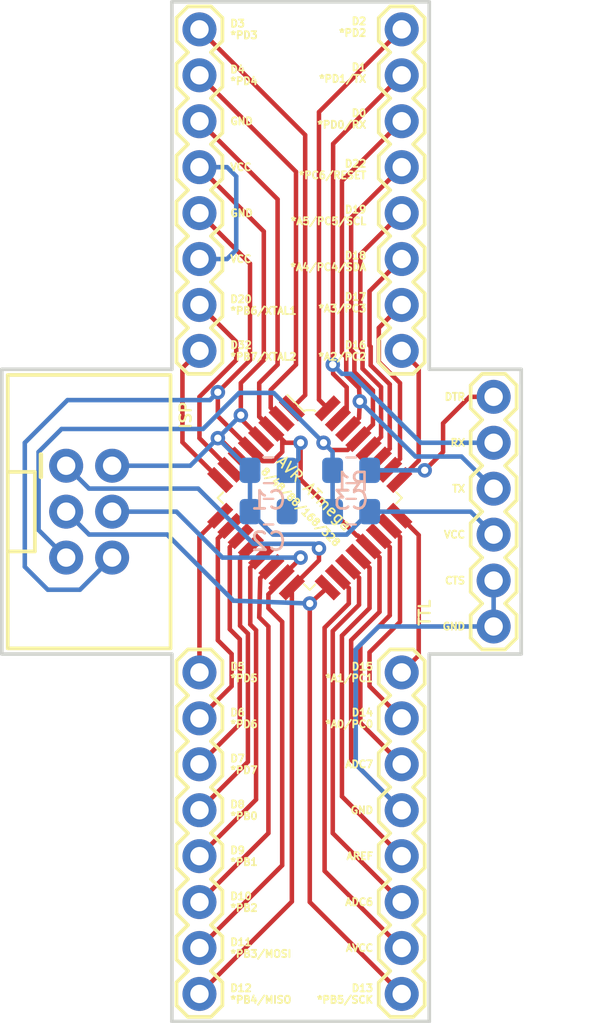
<source format=kicad_pcb>
(kicad_pcb (version 20171130) (host pcbnew "(5.0.0)")

  (general
    (thickness 1.6)
    (drawings 52)
    (tracks 263)
    (zones 0)
    (modules 11)
    (nets 31)
  )

  (page A4)
  (layers
    (0 F.Cu signal)
    (31 B.Cu signal)
    (32 B.Adhes user)
    (33 F.Adhes user)
    (34 B.Paste user)
    (35 F.Paste user)
    (36 B.SilkS user)
    (37 F.SilkS user)
    (38 B.Mask user)
    (39 F.Mask user)
    (40 Dwgs.User user)
    (41 Cmts.User user)
    (42 Eco1.User user)
    (43 Eco2.User user)
    (44 Edge.Cuts user)
    (45 Margin user)
    (46 B.CrtYd user)
    (47 F.CrtYd user)
    (48 B.Fab user)
    (49 F.Fab user)
  )

  (setup
    (last_trace_width 0.25)
    (trace_clearance 0.2)
    (zone_clearance 0.508)
    (zone_45_only no)
    (trace_min 0.2)
    (segment_width 0.2)
    (edge_width 0.15)
    (via_size 0.8)
    (via_drill 0.4)
    (via_min_size 0.4)
    (via_min_drill 0.3)
    (uvia_size 0.3)
    (uvia_drill 0.1)
    (uvias_allowed no)
    (uvia_min_size 0.2)
    (uvia_min_drill 0.1)
    (pcb_text_width 0.3)
    (pcb_text_size 1.5 1.5)
    (mod_edge_width 0.15)
    (mod_text_size 1 1)
    (mod_text_width 0.15)
    (pad_size 1.524 1.524)
    (pad_drill 0.762)
    (pad_to_mask_clearance 0.2)
    (aux_axis_origin 0 0)
    (visible_elements 7FFFFFFF)
    (pcbplotparams
      (layerselection 0x010fc_ffffffff)
      (usegerberextensions false)
      (usegerberattributes false)
      (usegerberadvancedattributes false)
      (creategerberjobfile false)
      (excludeedgelayer true)
      (linewidth 0.100000)
      (plotframeref false)
      (viasonmask false)
      (mode 1)
      (useauxorigin false)
      (hpglpennumber 1)
      (hpglpenspeed 20)
      (hpglpendiameter 15.000000)
      (psnegative false)
      (psa4output false)
      (plotreference true)
      (plotvalue true)
      (plotinvisibletext false)
      (padsonsilk false)
      (subtractmaskfromsilk false)
      (outputformat 1)
      (mirror false)
      (drillshape 1)
      (scaleselection 1)
      (outputdirectory ""))
  )

  (net 0 "")
  (net 1 GND_21)
  (net 2 "Net-(C3-Pad2)")
  (net 3 D1_PD1_TX)
  (net 4 D0_PD0_RX)
  (net 5 VCC_4)
  (net 6 D5_PD5)
  (net 7 D3_PD3)
  (net 8 D4_PD4)
  (net 9 D20_PB6_XTAL1)
  (net 10 D32_PB7_XTAL2)
  (net 11 D6_PD6)
  (net 12 D7_PD7)
  (net 13 D8_PB0)
  (net 14 D9_PB1)
  (net 15 D10_PB2)
  (net 16 D11_PB3_MOSI)
  (net 17 D12_PB4_MISO)
  (net 18 D13_PB5_SCK)
  (net 19 AVCC)
  (net 20 ADC6)
  (net 21 ADC_7)
  (net 22 D14_A0_PC0)
  (net 23 D22_PC6_RESET)
  (net 24 D2_PD2)
  (net 25 D19_A5_PC5_SCL)
  (net 26 D18_A4_PC4_SDA)
  (net 27 D17_A3_PC3)
  (net 28 D16_A2_PC2)
  (net 29 D15_A1_PC1)
  (net 30 AREF)

  (net_class Default "This is the default net class."
    (clearance 0.2)
    (trace_width 0.25)
    (via_dia 0.8)
    (via_drill 0.4)
    (uvia_dia 0.3)
    (uvia_drill 0.1)
    (add_net ADC6)
    (add_net ADC_7)
    (add_net AREF)
    (add_net AVCC)
    (add_net D0_PD0_RX)
    (add_net D10_PB2)
    (add_net D11_PB3_MOSI)
    (add_net D12_PB4_MISO)
    (add_net D13_PB5_SCK)
    (add_net D14_A0_PC0)
    (add_net D15_A1_PC1)
    (add_net D16_A2_PC2)
    (add_net D17_A3_PC3)
    (add_net D18_A4_PC4_SDA)
    (add_net D19_A5_PC5_SCL)
    (add_net D1_PD1_TX)
    (add_net D20_PB6_XTAL1)
    (add_net D22_PC6_RESET)
    (add_net D2_PD2)
    (add_net D32_PB7_XTAL2)
    (add_net D3_PD3)
    (add_net D4_PD4)
    (add_net D5_PD5)
    (add_net D6_PD6)
    (add_net D7_PD7)
    (add_net D8_PB0)
    (add_net D9_PB1)
    (add_net GND_21)
    (add_net "Net-(C3-Pad2)")
    (add_net VCC_4)
  )

  (module Connectors:2X3-SHROUDED (layer F.Cu) (tedit 5BC343E2) (tstamp 5BD15B9D)
    (at 154.178 118.11)
    (descr "PLATED THROUGH HOLE - 2X3 SHROUDED HEADER")
    (tags "PLATED THROUGH HOLE - 2X3 SHROUDED HEADER")
    (path /5BC082AD)
    (attr virtual)
    (fp_text reference ISP (at 5.334 -5.334 -90) (layer F.SilkS)
      (effects (font (size 0.6096 0.6096) (thickness 0.127)))
    )
    (fp_text value AVR-ISP-6 (at -5.08 -2.54 90) (layer F.SilkS) hide
      (effects (font (size 0.6096 0.6096) (thickness 0.127)))
    )
    (fp_line (start 4.49834 -7.55904) (end 4.49834 7.55904) (layer F.SilkS) (width 0.2032))
    (fp_line (start -4.49834 7.55904) (end -4.49834 2.19964) (layer F.SilkS) (width 0.2032))
    (fp_line (start -4.49834 2.19964) (end -4.49834 -2.19964) (layer F.SilkS) (width 0.2032))
    (fp_line (start -4.49834 -2.19964) (end -4.49834 -7.55904) (layer F.SilkS) (width 0.2032))
    (fp_line (start -4.49834 -7.55904) (end 4.39928 -7.55904) (layer F.SilkS) (width 0.2032))
    (fp_line (start 4.49834 7.55904) (end -4.49834 7.55904) (layer F.SilkS) (width 0.2032))
    (fp_line (start -3.39852 -6.45922) (end 3.39852 -6.45922) (layer Dwgs.User) (width 0.2032))
    (fp_line (start 3.39852 -6.45922) (end 3.39852 6.45922) (layer Dwgs.User) (width 0.2032))
    (fp_line (start -3.39852 6.45922) (end 3.39852 6.45922) (layer Dwgs.User) (width 0.2032))
    (fp_line (start -4.49834 -2.19964) (end -2.99974 -2.19964) (layer F.SilkS) (width 0.2032))
    (fp_line (start -2.99974 -2.19964) (end -2.99974 2.19964) (layer F.SilkS) (width 0.2032))
    (fp_line (start -2.99974 2.19964) (end -4.49834 2.19964) (layer F.SilkS) (width 0.2032))
    (fp_line (start -3.39852 -6.45922) (end -3.39852 -2.19964) (layer Dwgs.User) (width 0.2032))
    (fp_line (start -3.39852 6.45922) (end -3.39852 2.19964) (layer Dwgs.User) (width 0.2032))
    (fp_line (start -2.64668 -3.175) (end -2.64668 -1.905) (layer F.SilkS) (width 0.2032))
    (fp_line (start -2.68478 -3.175) (end -2.68478 -1.905) (layer F.SilkS) (width 0.2032))
    (pad 1 thru_hole circle (at -1.27 -2.54) (size 1.8796 1.8796) (drill 1.016) (layers *.Cu *.Mask)
      (net 17 D12_PB4_MISO) (solder_mask_margin 0.1016))
    (pad 2 thru_hole circle (at 1.27 -2.54) (size 1.8796 1.8796) (drill 1.016) (layers *.Cu *.Mask)
      (net 5 VCC_4) (solder_mask_margin 0.1016))
    (pad 3 thru_hole circle (at -1.27 0) (size 1.8796 1.8796) (drill 1.016) (layers *.Cu *.Mask)
      (net 18 D13_PB5_SCK) (solder_mask_margin 0.1016))
    (pad 4 thru_hole circle (at 1.27 0) (size 1.8796 1.8796) (drill 1.016) (layers *.Cu *.Mask)
      (net 16 D11_PB3_MOSI) (solder_mask_margin 0.1016))
    (pad 5 thru_hole circle (at -1.27 2.54) (size 1.8796 1.8796) (drill 1.016) (layers *.Cu *.Mask)
      (net 23 D22_PC6_RESET) (solder_mask_margin 0.1016))
    (pad 6 thru_hole circle (at 1.27 2.54) (size 1.8796 1.8796) (drill 1.016) (layers *.Cu *.Mask)
      (net 1 GND_21) (solder_mask_margin 0.1016))
  )

  (module digikey-footprints:TQFP-32_7x7mm (layer F.Cu) (tedit 5BC347D3) (tstamp 5BC0F5B4)
    (at 166.37 117.348 315)
    (descr http://www.atmel.com/Images/Atmel-8826-SEEPROM-PCB-Mounting-Guidelines-Surface-Mount-Packages-ApplicationNote.pdf)
    (path /5BC080AB)
    (fp_text reference U1 (at 0 -6.249999 315) (layer F.SilkS) hide
      (effects (font (size 1 1) (thickness 0.15)))
    )
    (fp_text value ATMEGA8/48/88/168/328 (at 0 6.2 315) (layer F.Fab)
      (effects (font (size 1 1) (thickness 0.15)))
    )
    (fp_text user %R (at 0 0 315) (layer F.Fab) hide
      (effects (font (size 1 1) (thickness 0.15)))
    )
    (fp_line (start -5.2 5.2) (end 5.2 5.2) (layer F.CrtYd) (width 0.05))
    (fp_line (start -5.2 -5.2) (end -5.2 5.2) (layer F.CrtYd) (width 0.05))
    (fp_line (start 5.2 -5.2) (end 5.2 5.2) (layer F.CrtYd) (width 0.05))
    (fp_line (start -5.2 -5.2) (end 5.2 -5.2) (layer F.CrtYd) (width 0.05))
    (fp_line (start -3.15 -3.6) (end -3.25 -3.599999) (layer F.SilkS) (width 0.1))
    (fp_line (start -3.25 -3.599999) (end -3.599999 -3.25) (layer F.SilkS) (width 0.1))
    (fp_line (start -3.599999 -3.25) (end -3.6 -3.15) (layer F.SilkS) (width 0.1))
    (fp_line (start -3.6 -3.15) (end -4.9 -3.15) (layer F.SilkS) (width 0.1))
    (fp_line (start 3.6 -3.6) (end 3.15 -3.6) (layer F.SilkS) (width 0.1))
    (fp_line (start 3.6 -3.6) (end 3.6 -3.15) (layer F.SilkS) (width 0.1))
    (fp_line (start 3.6 3.6) (end 3.6 3.15) (layer F.SilkS) (width 0.1))
    (fp_line (start 3.6 3.6) (end 3.15 3.6) (layer F.SilkS) (width 0.1))
    (fp_line (start -3.6 3.6) (end -3.15 3.6) (layer F.SilkS) (width 0.1))
    (fp_line (start -3.6 3.6) (end -3.6 3.15) (layer F.SilkS) (width 0.1))
    (fp_line (start -3.5 -3.2) (end -3.5 3.5) (layer F.Fab) (width 0.1))
    (fp_line (start -3.2 -3.5) (end 3.5 -3.5) (layer F.Fab) (width 0.1))
    (fp_line (start -3.5 -3.2) (end -3.2 -3.5) (layer F.Fab) (width 0.1))
    (fp_line (start -3.5 3.5) (end 3.5 3.5) (layer F.Fab) (width 0.1))
    (fp_line (start 3.5 -3.5) (end 3.5 3.5) (layer F.Fab) (width 0.1))
    (pad 9 smd rect (at -2.8 4.199999 315) (size 0.55 1.5) (layers F.Cu F.Paste F.Mask)
      (net 6 D5_PD5))
    (pad 1 smd rect (at -4.199999 -2.8 315) (size 1.5 0.55) (layers F.Cu F.Paste F.Mask)
      (net 7 D3_PD3))
    (pad 2 smd rect (at -4.2 -2 315) (size 1.5 0.55) (layers F.Cu F.Paste F.Mask)
      (net 8 D4_PD4))
    (pad 3 smd rect (at -4.2 -1.200001 315) (size 1.5 0.55) (layers F.Cu F.Paste F.Mask)
      (net 1 GND_21))
    (pad 4 smd rect (at -4.2 -0.4 315) (size 1.5 0.55) (layers F.Cu F.Paste F.Mask)
      (net 5 VCC_4))
    (pad 5 smd rect (at -4.2 0.4 315) (size 1.5 0.55) (layers F.Cu F.Paste F.Mask)
      (net 1 GND_21))
    (pad 6 smd rect (at -4.2 1.200001 315) (size 1.5 0.55) (layers F.Cu F.Paste F.Mask)
      (net 5 VCC_4))
    (pad 7 smd rect (at -4.2 2 315) (size 1.5 0.55) (layers F.Cu F.Paste F.Mask)
      (net 9 D20_PB6_XTAL1))
    (pad 8 smd rect (at -4.199999 2.8 315) (size 1.5 0.55) (layers F.Cu F.Paste F.Mask)
      (net 10 D32_PB7_XTAL2))
    (pad 10 smd rect (at -2 4.2 315) (size 0.55 1.5) (layers F.Cu F.Paste F.Mask)
      (net 11 D6_PD6))
    (pad 11 smd rect (at -1.200001 4.2 315) (size 0.55 1.5) (layers F.Cu F.Paste F.Mask)
      (net 12 D7_PD7))
    (pad 12 smd rect (at -0.4 4.2 315) (size 0.55 1.5) (layers F.Cu F.Paste F.Mask)
      (net 13 D8_PB0))
    (pad 13 smd rect (at 0.4 4.2 315) (size 0.55 1.5) (layers F.Cu F.Paste F.Mask)
      (net 14 D9_PB1))
    (pad 14 smd rect (at 1.200001 4.2 315) (size 0.55 1.5) (layers F.Cu F.Paste F.Mask)
      (net 15 D10_PB2))
    (pad 15 smd rect (at 2 4.2 315) (size 0.55 1.5) (layers F.Cu F.Paste F.Mask)
      (net 16 D11_PB3_MOSI))
    (pad 16 smd rect (at 2.8 4.199999 315) (size 0.55 1.5) (layers F.Cu F.Paste F.Mask)
      (net 17 D12_PB4_MISO))
    (pad 17 smd rect (at 4.199999 2.8 315) (size 1.5 0.55) (layers F.Cu F.Paste F.Mask)
      (net 18 D13_PB5_SCK))
    (pad 18 smd rect (at 4.2 2 315) (size 1.5 0.55) (layers F.Cu F.Paste F.Mask)
      (net 19 AVCC))
    (pad 19 smd rect (at 4.2 1.200001 315) (size 1.5 0.55) (layers F.Cu F.Paste F.Mask)
      (net 20 ADC6))
    (pad 20 smd rect (at 4.2 0.4 315) (size 1.5 0.55) (layers F.Cu F.Paste F.Mask)
      (net 30 AREF))
    (pad 21 smd rect (at 4.2 -0.4 315) (size 1.5 0.55) (layers F.Cu F.Paste F.Mask)
      (net 1 GND_21))
    (pad 22 smd rect (at 4.2 -1.200001 315) (size 1.5 0.55) (layers F.Cu F.Paste F.Mask)
      (net 21 ADC_7))
    (pad 23 smd rect (at 4.2 -2 315) (size 1.5 0.55) (layers F.Cu F.Paste F.Mask)
      (net 22 D14_A0_PC0))
    (pad 24 smd rect (at 4.199999 -2.8 315) (size 1.5 0.55) (layers F.Cu F.Paste F.Mask)
      (net 29 D15_A1_PC1))
    (pad 25 smd rect (at 2.8 -4.199999 315) (size 0.55 1.5) (layers F.Cu F.Paste F.Mask)
      (net 28 D16_A2_PC2))
    (pad 26 smd rect (at 2 -4.2 315) (size 0.55 1.5) (layers F.Cu F.Paste F.Mask)
      (net 27 D17_A3_PC3))
    (pad 27 smd rect (at 1.200001 -4.2 315) (size 0.55 1.5) (layers F.Cu F.Paste F.Mask)
      (net 26 D18_A4_PC4_SDA))
    (pad 28 smd rect (at 0.4 -4.2 315) (size 0.55 1.5) (layers F.Cu F.Paste F.Mask)
      (net 25 D19_A5_PC5_SCL))
    (pad 29 smd rect (at -0.4 -4.2 315) (size 0.55 1.5) (layers F.Cu F.Paste F.Mask)
      (net 23 D22_PC6_RESET))
    (pad 30 smd rect (at -1.200001 -4.2 315) (size 0.55 1.5) (layers F.Cu F.Paste F.Mask)
      (net 4 D0_PD0_RX))
    (pad 31 smd rect (at -2 -4.2 315) (size 0.55 1.5) (layers F.Cu F.Paste F.Mask)
      (net 3 D1_PD1_TX))
    (pad 32 smd rect (at -2.8 -4.199999 315) (size 0.55 1.5) (layers F.Cu F.Paste F.Mask)
      (net 24 D2_PD2))
  )

  (module Connectors:1X08 (layer F.Cu) (tedit 5BC2E3C0) (tstamp 5BD13867)
    (at 171.45 144.78 90)
    (descr "PLATED THROUGH HOLE -8 PIN")
    (tags "PLATED THROUGH HOLE -8 PIN")
    (path /5BC32334)
    (attr virtual)
    (fp_text reference J2A1 (at 0 -1.905 90) (layer F.SilkS) hide
      (effects (font (size 0.6096 0.6096) (thickness 0.127)))
    )
    (fp_text value Conn_01x08_Male (at 0 1.905 90) (layer F.SilkS) hide
      (effects (font (size 0.6096 0.6096) (thickness 0.127)))
    )
    (fp_line (start 18.415 1.27) (end 17.145 1.27) (layer F.SilkS) (width 0.2032))
    (fp_line (start 16.51 0.635) (end 17.145 1.27) (layer F.SilkS) (width 0.2032))
    (fp_line (start 17.145 -1.27) (end 16.51 -0.635) (layer F.SilkS) (width 0.2032))
    (fp_line (start 19.05 0.635) (end 18.415 1.27) (layer F.SilkS) (width 0.2032))
    (fp_line (start 19.05 -0.635) (end 19.05 0.635) (layer F.SilkS) (width 0.2032))
    (fp_line (start 18.415 -1.27) (end 19.05 -0.635) (layer F.SilkS) (width 0.2032))
    (fp_line (start 17.145 -1.27) (end 18.415 -1.27) (layer F.SilkS) (width 0.2032))
    (fp_line (start 0.635 1.27) (end -0.635 1.27) (layer F.SilkS) (width 0.2032))
    (fp_line (start -1.27 0.635) (end -0.635 1.27) (layer F.SilkS) (width 0.2032))
    (fp_line (start -0.635 -1.27) (end -1.27 -0.635) (layer F.SilkS) (width 0.2032))
    (fp_line (start -1.27 -0.635) (end -1.27 0.635) (layer F.SilkS) (width 0.2032))
    (fp_line (start 1.905 1.27) (end 1.27 0.635) (layer F.SilkS) (width 0.2032))
    (fp_line (start 3.175 1.27) (end 1.905 1.27) (layer F.SilkS) (width 0.2032))
    (fp_line (start 3.81 0.635) (end 3.175 1.27) (layer F.SilkS) (width 0.2032))
    (fp_line (start 3.175 -1.27) (end 3.81 -0.635) (layer F.SilkS) (width 0.2032))
    (fp_line (start 1.905 -1.27) (end 3.175 -1.27) (layer F.SilkS) (width 0.2032))
    (fp_line (start 1.27 -0.635) (end 1.905 -1.27) (layer F.SilkS) (width 0.2032))
    (fp_line (start 1.27 0.635) (end 0.635 1.27) (layer F.SilkS) (width 0.2032))
    (fp_line (start 0.635 -1.27) (end 1.27 -0.635) (layer F.SilkS) (width 0.2032))
    (fp_line (start -0.635 -1.27) (end 0.635 -1.27) (layer F.SilkS) (width 0.2032))
    (fp_line (start 8.255 1.27) (end 6.985 1.27) (layer F.SilkS) (width 0.2032))
    (fp_line (start 6.35 0.635) (end 6.985 1.27) (layer F.SilkS) (width 0.2032))
    (fp_line (start 6.985 -1.27) (end 6.35 -0.635) (layer F.SilkS) (width 0.2032))
    (fp_line (start 4.445 1.27) (end 3.81 0.635) (layer F.SilkS) (width 0.2032))
    (fp_line (start 5.715 1.27) (end 4.445 1.27) (layer F.SilkS) (width 0.2032))
    (fp_line (start 6.35 0.635) (end 5.715 1.27) (layer F.SilkS) (width 0.2032))
    (fp_line (start 5.715 -1.27) (end 6.35 -0.635) (layer F.SilkS) (width 0.2032))
    (fp_line (start 4.445 -1.27) (end 5.715 -1.27) (layer F.SilkS) (width 0.2032))
    (fp_line (start 3.81 -0.635) (end 4.445 -1.27) (layer F.SilkS) (width 0.2032))
    (fp_line (start 9.525 1.27) (end 8.89 0.635) (layer F.SilkS) (width 0.2032))
    (fp_line (start 10.795 1.27) (end 9.525 1.27) (layer F.SilkS) (width 0.2032))
    (fp_line (start 11.43 0.635) (end 10.795 1.27) (layer F.SilkS) (width 0.2032))
    (fp_line (start 10.795 -1.27) (end 11.43 -0.635) (layer F.SilkS) (width 0.2032))
    (fp_line (start 9.525 -1.27) (end 10.795 -1.27) (layer F.SilkS) (width 0.2032))
    (fp_line (start 8.89 -0.635) (end 9.525 -1.27) (layer F.SilkS) (width 0.2032))
    (fp_line (start 8.89 0.635) (end 8.255 1.27) (layer F.SilkS) (width 0.2032))
    (fp_line (start 8.255 -1.27) (end 8.89 -0.635) (layer F.SilkS) (width 0.2032))
    (fp_line (start 6.985 -1.27) (end 8.255 -1.27) (layer F.SilkS) (width 0.2032))
    (fp_line (start 15.875 1.27) (end 14.605 1.27) (layer F.SilkS) (width 0.2032))
    (fp_line (start 13.97 0.635) (end 14.605 1.27) (layer F.SilkS) (width 0.2032))
    (fp_line (start 14.605 -1.27) (end 13.97 -0.635) (layer F.SilkS) (width 0.2032))
    (fp_line (start 12.065 1.27) (end 11.43 0.635) (layer F.SilkS) (width 0.2032))
    (fp_line (start 13.335 1.27) (end 12.065 1.27) (layer F.SilkS) (width 0.2032))
    (fp_line (start 13.97 0.635) (end 13.335 1.27) (layer F.SilkS) (width 0.2032))
    (fp_line (start 13.335 -1.27) (end 13.97 -0.635) (layer F.SilkS) (width 0.2032))
    (fp_line (start 12.065 -1.27) (end 13.335 -1.27) (layer F.SilkS) (width 0.2032))
    (fp_line (start 11.43 -0.635) (end 12.065 -1.27) (layer F.SilkS) (width 0.2032))
    (fp_line (start 16.51 0.635) (end 15.875 1.27) (layer F.SilkS) (width 0.2032))
    (fp_line (start 15.875 -1.27) (end 16.51 -0.635) (layer F.SilkS) (width 0.2032))
    (fp_line (start 14.605 -1.27) (end 15.875 -1.27) (layer F.SilkS) (width 0.2032))
    (pad 8 thru_hole circle (at 17.78 0 90) (size 1.8796 1.8796) (drill 1.016) (layers *.Cu *.Mask)
      (net 29 D15_A1_PC1) (solder_mask_margin 0.1016))
    (pad 7 thru_hole circle (at 15.24 0 90) (size 1.8796 1.8796) (drill 1.016) (layers *.Cu *.Mask)
      (net 22 D14_A0_PC0) (solder_mask_margin 0.1016))
    (pad 6 thru_hole circle (at 12.7 0 90) (size 1.8796 1.8796) (drill 1.016) (layers *.Cu *.Mask)
      (net 21 ADC_7) (solder_mask_margin 0.1016))
    (pad 5 thru_hole circle (at 10.16 0 90) (size 1.8796 1.8796) (drill 1.016) (layers *.Cu *.Mask)
      (net 1 GND_21) (solder_mask_margin 0.1016))
    (pad 4 thru_hole circle (at 7.62 0 90) (size 1.8796 1.8796) (drill 1.016) (layers *.Cu *.Mask)
      (net 30 AREF) (solder_mask_margin 0.1016))
    (pad 3 thru_hole circle (at 5.08 0 90) (size 1.8796 1.8796) (drill 1.016) (layers *.Cu *.Mask)
      (net 20 ADC6) (solder_mask_margin 0.1016))
    (pad 2 thru_hole circle (at 2.54 0 90) (size 1.8796 1.8796) (drill 1.016) (layers *.Cu *.Mask)
      (net 19 AVCC) (solder_mask_margin 0.1016))
    (pad 1 thru_hole circle (at 0 0 90) (size 1.8796 1.8796) (drill 1.016) (layers *.Cu *.Mask)
      (net 18 D13_PB5_SCK) (solder_mask_margin 0.1016))
  )

  (module Connectors:1X08 (layer F.Cu) (tedit 5BC33AFD) (tstamp 5BD141AE)
    (at 171.45 109.22 90)
    (descr "PLATED THROUGH HOLE -8 PIN")
    (tags "PLATED THROUGH HOLE -8 PIN")
    (path /5BC3236E)
    (attr virtual)
    (fp_text reference J2B1 (at 0 -1.905 90) (layer F.SilkS) hide
      (effects (font (size 0.6096 0.6096) (thickness 0.127)))
    )
    (fp_text value Conn_01x08_Male (at 0 1.905 90) (layer F.SilkS) hide
      (effects (font (size 0.6096 0.6096) (thickness 0.127)))
    )
    (fp_line (start 18.415 1.27) (end 17.145 1.27) (layer F.SilkS) (width 0.2032))
    (fp_line (start 16.51 0.635) (end 17.145 1.27) (layer F.SilkS) (width 0.2032))
    (fp_line (start 17.145 -1.27) (end 16.51 -0.635) (layer F.SilkS) (width 0.2032))
    (fp_line (start 19.05 0.635) (end 18.415 1.27) (layer F.SilkS) (width 0.2032))
    (fp_line (start 19.05 -0.635) (end 19.05 0.635) (layer F.SilkS) (width 0.2032))
    (fp_line (start 18.415 -1.27) (end 19.05 -0.635) (layer F.SilkS) (width 0.2032))
    (fp_line (start 17.145 -1.27) (end 18.415 -1.27) (layer F.SilkS) (width 0.2032))
    (fp_line (start 0.635 1.27) (end -0.635 1.27) (layer F.SilkS) (width 0.2032))
    (fp_line (start -1.27 0.635) (end -0.635 1.27) (layer F.SilkS) (width 0.2032))
    (fp_line (start -0.635 -1.27) (end -1.27 -0.635) (layer F.SilkS) (width 0.2032))
    (fp_line (start -1.27 -0.635) (end -1.27 0.635) (layer F.SilkS) (width 0.2032))
    (fp_line (start 1.905 1.27) (end 1.27 0.635) (layer F.SilkS) (width 0.2032))
    (fp_line (start 3.175 1.27) (end 1.905 1.27) (layer F.SilkS) (width 0.2032))
    (fp_line (start 3.81 0.635) (end 3.175 1.27) (layer F.SilkS) (width 0.2032))
    (fp_line (start 3.175 -1.27) (end 3.81 -0.635) (layer F.SilkS) (width 0.2032))
    (fp_line (start 1.905 -1.27) (end 3.175 -1.27) (layer F.SilkS) (width 0.2032))
    (fp_line (start 1.27 -0.635) (end 1.905 -1.27) (layer F.SilkS) (width 0.2032))
    (fp_line (start 1.27 0.635) (end 0.635 1.27) (layer F.SilkS) (width 0.2032))
    (fp_line (start 0.635 -1.27) (end 1.27 -0.635) (layer F.SilkS) (width 0.2032))
    (fp_line (start -0.635 -1.27) (end 0.635 -1.27) (layer F.SilkS) (width 0.2032))
    (fp_line (start 8.255 1.27) (end 6.985 1.27) (layer F.SilkS) (width 0.2032))
    (fp_line (start 6.35 0.635) (end 6.985 1.27) (layer F.SilkS) (width 0.2032))
    (fp_line (start 6.985 -1.27) (end 6.35 -0.635) (layer F.SilkS) (width 0.2032))
    (fp_line (start 4.445 1.27) (end 3.81 0.635) (layer F.SilkS) (width 0.2032))
    (fp_line (start 5.715 1.27) (end 4.445 1.27) (layer F.SilkS) (width 0.2032))
    (fp_line (start 6.35 0.635) (end 5.715 1.27) (layer F.SilkS) (width 0.2032))
    (fp_line (start 5.715 -1.27) (end 6.35 -0.635) (layer F.SilkS) (width 0.2032))
    (fp_line (start 4.445 -1.27) (end 5.715 -1.27) (layer F.SilkS) (width 0.2032))
    (fp_line (start 3.81 -0.635) (end 4.445 -1.27) (layer F.SilkS) (width 0.2032))
    (fp_line (start 9.525 1.27) (end 8.89 0.635) (layer F.SilkS) (width 0.2032))
    (fp_line (start 10.795 1.27) (end 9.525 1.27) (layer F.SilkS) (width 0.2032))
    (fp_line (start 11.43 0.635) (end 10.795 1.27) (layer F.SilkS) (width 0.2032))
    (fp_line (start 10.795 -1.27) (end 11.43 -0.635) (layer F.SilkS) (width 0.2032))
    (fp_line (start 9.525 -1.27) (end 10.795 -1.27) (layer F.SilkS) (width 0.2032))
    (fp_line (start 8.89 -0.635) (end 9.525 -1.27) (layer F.SilkS) (width 0.2032))
    (fp_line (start 8.89 0.635) (end 8.255 1.27) (layer F.SilkS) (width 0.2032))
    (fp_line (start 8.255 -1.27) (end 8.89 -0.635) (layer F.SilkS) (width 0.2032))
    (fp_line (start 6.985 -1.27) (end 8.255 -1.27) (layer F.SilkS) (width 0.2032))
    (fp_line (start 15.875 1.27) (end 14.605 1.27) (layer F.SilkS) (width 0.2032))
    (fp_line (start 13.97 0.635) (end 14.605 1.27) (layer F.SilkS) (width 0.2032))
    (fp_line (start 14.605 -1.27) (end 13.97 -0.635) (layer F.SilkS) (width 0.2032))
    (fp_line (start 12.065 1.27) (end 11.43 0.635) (layer F.SilkS) (width 0.2032))
    (fp_line (start 13.335 1.27) (end 12.065 1.27) (layer F.SilkS) (width 0.2032))
    (fp_line (start 13.97 0.635) (end 13.335 1.27) (layer F.SilkS) (width 0.2032))
    (fp_line (start 13.335 -1.27) (end 13.97 -0.635) (layer F.SilkS) (width 0.2032))
    (fp_line (start 12.065 -1.27) (end 13.335 -1.27) (layer F.SilkS) (width 0.2032))
    (fp_line (start 11.43 -0.635) (end 12.065 -1.27) (layer F.SilkS) (width 0.2032))
    (fp_line (start 16.51 0.635) (end 15.875 1.27) (layer F.SilkS) (width 0.2032))
    (fp_line (start 15.875 -1.27) (end 16.51 -0.635) (layer F.SilkS) (width 0.2032))
    (fp_line (start 14.605 -1.27) (end 15.875 -1.27) (layer F.SilkS) (width 0.2032))
    (pad 8 thru_hole circle (at 17.78 0 90) (size 1.8796 1.8796) (drill 1.016) (layers *.Cu *.Mask)
      (net 24 D2_PD2) (solder_mask_margin 0.1016))
    (pad 7 thru_hole circle (at 15.24 0 90) (size 1.8796 1.8796) (drill 1.016) (layers *.Cu *.Mask)
      (net 3 D1_PD1_TX) (solder_mask_margin 0.1016))
    (pad 6 thru_hole circle (at 12.7 0 90) (size 1.8796 1.8796) (drill 1.016) (layers *.Cu *.Mask)
      (net 4 D0_PD0_RX) (solder_mask_margin 0.1016))
    (pad 5 thru_hole circle (at 10.16 0 90) (size 1.8796 1.8796) (drill 1.016) (layers *.Cu *.Mask)
      (net 23 D22_PC6_RESET) (solder_mask_margin 0.1016))
    (pad 4 thru_hole circle (at 7.62 0 90) (size 1.8796 1.8796) (drill 1.016) (layers *.Cu *.Mask)
      (net 25 D19_A5_PC5_SCL) (solder_mask_margin 0.1016))
    (pad 3 thru_hole circle (at 5.08 0 90) (size 1.8796 1.8796) (drill 1.016) (layers *.Cu *.Mask)
      (net 26 D18_A4_PC4_SDA) (solder_mask_margin 0.1016))
    (pad 2 thru_hole circle (at 2.54 0 90) (size 1.8796 1.8796) (drill 1.016) (layers *.Cu *.Mask)
      (net 27 D17_A3_PC3) (solder_mask_margin 0.1016))
    (pad 1 thru_hole circle (at 0 0 90) (size 1.8796 1.8796) (drill 1.016) (layers *.Cu *.Mask)
      (net 28 D16_A2_PC2) (solder_mask_margin 0.1016))
  )

  (module Connectors:1X08 (layer F.Cu) (tedit 5BC2E3CA) (tstamp 5BD1391E)
    (at 160.274 127 270)
    (descr "PLATED THROUGH HOLE -8 PIN")
    (tags "PLATED THROUGH HOLE -8 PIN")
    (path /5BC32286)
    (attr virtual)
    (fp_text reference J1B1 (at 0 -1.905 270) (layer F.SilkS) hide
      (effects (font (size 0.6096 0.6096) (thickness 0.127)))
    )
    (fp_text value Conn_01x08_Male (at 0 1.905 270) (layer F.SilkS) hide
      (effects (font (size 0.6096 0.6096) (thickness 0.127)))
    )
    (fp_line (start 18.415 1.27) (end 17.145 1.27) (layer F.SilkS) (width 0.2032))
    (fp_line (start 16.51 0.635) (end 17.145 1.27) (layer F.SilkS) (width 0.2032))
    (fp_line (start 17.145 -1.27) (end 16.51 -0.635) (layer F.SilkS) (width 0.2032))
    (fp_line (start 19.05 0.635) (end 18.415 1.27) (layer F.SilkS) (width 0.2032))
    (fp_line (start 19.05 -0.635) (end 19.05 0.635) (layer F.SilkS) (width 0.2032))
    (fp_line (start 18.415 -1.27) (end 19.05 -0.635) (layer F.SilkS) (width 0.2032))
    (fp_line (start 17.145 -1.27) (end 18.415 -1.27) (layer F.SilkS) (width 0.2032))
    (fp_line (start 0.635 1.27) (end -0.635 1.27) (layer F.SilkS) (width 0.2032))
    (fp_line (start -1.27 0.635) (end -0.635 1.27) (layer F.SilkS) (width 0.2032))
    (fp_line (start -0.635 -1.27) (end -1.27 -0.635) (layer F.SilkS) (width 0.2032))
    (fp_line (start -1.27 -0.635) (end -1.27 0.635) (layer F.SilkS) (width 0.2032))
    (fp_line (start 1.905 1.27) (end 1.27 0.635) (layer F.SilkS) (width 0.2032))
    (fp_line (start 3.175 1.27) (end 1.905 1.27) (layer F.SilkS) (width 0.2032))
    (fp_line (start 3.81 0.635) (end 3.175 1.27) (layer F.SilkS) (width 0.2032))
    (fp_line (start 3.175 -1.27) (end 3.81 -0.635) (layer F.SilkS) (width 0.2032))
    (fp_line (start 1.905 -1.27) (end 3.175 -1.27) (layer F.SilkS) (width 0.2032))
    (fp_line (start 1.27 -0.635) (end 1.905 -1.27) (layer F.SilkS) (width 0.2032))
    (fp_line (start 1.27 0.635) (end 0.635 1.27) (layer F.SilkS) (width 0.2032))
    (fp_line (start 0.635 -1.27) (end 1.27 -0.635) (layer F.SilkS) (width 0.2032))
    (fp_line (start -0.635 -1.27) (end 0.635 -1.27) (layer F.SilkS) (width 0.2032))
    (fp_line (start 8.255 1.27) (end 6.985 1.27) (layer F.SilkS) (width 0.2032))
    (fp_line (start 6.35 0.635) (end 6.985 1.27) (layer F.SilkS) (width 0.2032))
    (fp_line (start 6.985 -1.27) (end 6.35 -0.635) (layer F.SilkS) (width 0.2032))
    (fp_line (start 4.445 1.27) (end 3.81 0.635) (layer F.SilkS) (width 0.2032))
    (fp_line (start 5.715 1.27) (end 4.445 1.27) (layer F.SilkS) (width 0.2032))
    (fp_line (start 6.35 0.635) (end 5.715 1.27) (layer F.SilkS) (width 0.2032))
    (fp_line (start 5.715 -1.27) (end 6.35 -0.635) (layer F.SilkS) (width 0.2032))
    (fp_line (start 4.445 -1.27) (end 5.715 -1.27) (layer F.SilkS) (width 0.2032))
    (fp_line (start 3.81 -0.635) (end 4.445 -1.27) (layer F.SilkS) (width 0.2032))
    (fp_line (start 9.525 1.27) (end 8.89 0.635) (layer F.SilkS) (width 0.2032))
    (fp_line (start 10.795 1.27) (end 9.525 1.27) (layer F.SilkS) (width 0.2032))
    (fp_line (start 11.43 0.635) (end 10.795 1.27) (layer F.SilkS) (width 0.2032))
    (fp_line (start 10.795 -1.27) (end 11.43 -0.635) (layer F.SilkS) (width 0.2032))
    (fp_line (start 9.525 -1.27) (end 10.795 -1.27) (layer F.SilkS) (width 0.2032))
    (fp_line (start 8.89 -0.635) (end 9.525 -1.27) (layer F.SilkS) (width 0.2032))
    (fp_line (start 8.89 0.635) (end 8.255 1.27) (layer F.SilkS) (width 0.2032))
    (fp_line (start 8.255 -1.27) (end 8.89 -0.635) (layer F.SilkS) (width 0.2032))
    (fp_line (start 6.985 -1.27) (end 8.255 -1.27) (layer F.SilkS) (width 0.2032))
    (fp_line (start 15.875 1.27) (end 14.605 1.27) (layer F.SilkS) (width 0.2032))
    (fp_line (start 13.97 0.635) (end 14.605 1.27) (layer F.SilkS) (width 0.2032))
    (fp_line (start 14.605 -1.27) (end 13.97 -0.635) (layer F.SilkS) (width 0.2032))
    (fp_line (start 12.065 1.27) (end 11.43 0.635) (layer F.SilkS) (width 0.2032))
    (fp_line (start 13.335 1.27) (end 12.065 1.27) (layer F.SilkS) (width 0.2032))
    (fp_line (start 13.97 0.635) (end 13.335 1.27) (layer F.SilkS) (width 0.2032))
    (fp_line (start 13.335 -1.27) (end 13.97 -0.635) (layer F.SilkS) (width 0.2032))
    (fp_line (start 12.065 -1.27) (end 13.335 -1.27) (layer F.SilkS) (width 0.2032))
    (fp_line (start 11.43 -0.635) (end 12.065 -1.27) (layer F.SilkS) (width 0.2032))
    (fp_line (start 16.51 0.635) (end 15.875 1.27) (layer F.SilkS) (width 0.2032))
    (fp_line (start 15.875 -1.27) (end 16.51 -0.635) (layer F.SilkS) (width 0.2032))
    (fp_line (start 14.605 -1.27) (end 15.875 -1.27) (layer F.SilkS) (width 0.2032))
    (pad 8 thru_hole circle (at 17.78 0 270) (size 1.8796 1.8796) (drill 1.016) (layers *.Cu *.Mask)
      (net 17 D12_PB4_MISO) (solder_mask_margin 0.1016))
    (pad 7 thru_hole circle (at 15.24 0 270) (size 1.8796 1.8796) (drill 1.016) (layers *.Cu *.Mask)
      (net 16 D11_PB3_MOSI) (solder_mask_margin 0.1016))
    (pad 6 thru_hole circle (at 12.7 0 270) (size 1.8796 1.8796) (drill 1.016) (layers *.Cu *.Mask)
      (net 15 D10_PB2) (solder_mask_margin 0.1016))
    (pad 5 thru_hole circle (at 10.16 0 270) (size 1.8796 1.8796) (drill 1.016) (layers *.Cu *.Mask)
      (net 14 D9_PB1) (solder_mask_margin 0.1016))
    (pad 4 thru_hole circle (at 7.62 0 270) (size 1.8796 1.8796) (drill 1.016) (layers *.Cu *.Mask)
      (net 13 D8_PB0) (solder_mask_margin 0.1016))
    (pad 3 thru_hole circle (at 5.08 0 270) (size 1.8796 1.8796) (drill 1.016) (layers *.Cu *.Mask)
      (net 12 D7_PD7) (solder_mask_margin 0.1016))
    (pad 2 thru_hole circle (at 2.54 0 270) (size 1.8796 1.8796) (drill 1.016) (layers *.Cu *.Mask)
      (net 11 D6_PD6) (solder_mask_margin 0.1016))
    (pad 1 thru_hole circle (at 0 0 270) (size 1.8796 1.8796) (drill 1.016) (layers *.Cu *.Mask)
      (net 6 D5_PD5) (solder_mask_margin 0.1016))
  )

  (module Connectors:1X08 (layer F.Cu) (tedit 5BC2E3B8) (tstamp 5BD0F825)
    (at 160.274 91.44 270)
    (descr "PLATED THROUGH HOLE -8 PIN")
    (tags "PLATED THROUGH HOLE -8 PIN")
    (path /5BC321BA)
    (attr virtual)
    (fp_text reference J1A1 (at 0 -1.905 270) (layer F.SilkS) hide
      (effects (font (size 0.6096 0.6096) (thickness 0.127)))
    )
    (fp_text value Conn_01x08_Male (at 0 1.905 270) (layer F.SilkS) hide
      (effects (font (size 0.6096 0.6096) (thickness 0.127)))
    )
    (fp_line (start 14.605 -1.27) (end 15.875 -1.27) (layer F.SilkS) (width 0.2032))
    (fp_line (start 15.875 -1.27) (end 16.51 -0.635) (layer F.SilkS) (width 0.2032))
    (fp_line (start 16.51 0.635) (end 15.875 1.27) (layer F.SilkS) (width 0.2032))
    (fp_line (start 11.43 -0.635) (end 12.065 -1.27) (layer F.SilkS) (width 0.2032))
    (fp_line (start 12.065 -1.27) (end 13.335 -1.27) (layer F.SilkS) (width 0.2032))
    (fp_line (start 13.335 -1.27) (end 13.97 -0.635) (layer F.SilkS) (width 0.2032))
    (fp_line (start 13.97 0.635) (end 13.335 1.27) (layer F.SilkS) (width 0.2032))
    (fp_line (start 13.335 1.27) (end 12.065 1.27) (layer F.SilkS) (width 0.2032))
    (fp_line (start 12.065 1.27) (end 11.43 0.635) (layer F.SilkS) (width 0.2032))
    (fp_line (start 14.605 -1.27) (end 13.97 -0.635) (layer F.SilkS) (width 0.2032))
    (fp_line (start 13.97 0.635) (end 14.605 1.27) (layer F.SilkS) (width 0.2032))
    (fp_line (start 15.875 1.27) (end 14.605 1.27) (layer F.SilkS) (width 0.2032))
    (fp_line (start 6.985 -1.27) (end 8.255 -1.27) (layer F.SilkS) (width 0.2032))
    (fp_line (start 8.255 -1.27) (end 8.89 -0.635) (layer F.SilkS) (width 0.2032))
    (fp_line (start 8.89 0.635) (end 8.255 1.27) (layer F.SilkS) (width 0.2032))
    (fp_line (start 8.89 -0.635) (end 9.525 -1.27) (layer F.SilkS) (width 0.2032))
    (fp_line (start 9.525 -1.27) (end 10.795 -1.27) (layer F.SilkS) (width 0.2032))
    (fp_line (start 10.795 -1.27) (end 11.43 -0.635) (layer F.SilkS) (width 0.2032))
    (fp_line (start 11.43 0.635) (end 10.795 1.27) (layer F.SilkS) (width 0.2032))
    (fp_line (start 10.795 1.27) (end 9.525 1.27) (layer F.SilkS) (width 0.2032))
    (fp_line (start 9.525 1.27) (end 8.89 0.635) (layer F.SilkS) (width 0.2032))
    (fp_line (start 3.81 -0.635) (end 4.445 -1.27) (layer F.SilkS) (width 0.2032))
    (fp_line (start 4.445 -1.27) (end 5.715 -1.27) (layer F.SilkS) (width 0.2032))
    (fp_line (start 5.715 -1.27) (end 6.35 -0.635) (layer F.SilkS) (width 0.2032))
    (fp_line (start 6.35 0.635) (end 5.715 1.27) (layer F.SilkS) (width 0.2032))
    (fp_line (start 5.715 1.27) (end 4.445 1.27) (layer F.SilkS) (width 0.2032))
    (fp_line (start 4.445 1.27) (end 3.81 0.635) (layer F.SilkS) (width 0.2032))
    (fp_line (start 6.985 -1.27) (end 6.35 -0.635) (layer F.SilkS) (width 0.2032))
    (fp_line (start 6.35 0.635) (end 6.985 1.27) (layer F.SilkS) (width 0.2032))
    (fp_line (start 8.255 1.27) (end 6.985 1.27) (layer F.SilkS) (width 0.2032))
    (fp_line (start -0.635 -1.27) (end 0.635 -1.27) (layer F.SilkS) (width 0.2032))
    (fp_line (start 0.635 -1.27) (end 1.27 -0.635) (layer F.SilkS) (width 0.2032))
    (fp_line (start 1.27 0.635) (end 0.635 1.27) (layer F.SilkS) (width 0.2032))
    (fp_line (start 1.27 -0.635) (end 1.905 -1.27) (layer F.SilkS) (width 0.2032))
    (fp_line (start 1.905 -1.27) (end 3.175 -1.27) (layer F.SilkS) (width 0.2032))
    (fp_line (start 3.175 -1.27) (end 3.81 -0.635) (layer F.SilkS) (width 0.2032))
    (fp_line (start 3.81 0.635) (end 3.175 1.27) (layer F.SilkS) (width 0.2032))
    (fp_line (start 3.175 1.27) (end 1.905 1.27) (layer F.SilkS) (width 0.2032))
    (fp_line (start 1.905 1.27) (end 1.27 0.635) (layer F.SilkS) (width 0.2032))
    (fp_line (start -1.27 -0.635) (end -1.27 0.635) (layer F.SilkS) (width 0.2032))
    (fp_line (start -0.635 -1.27) (end -1.27 -0.635) (layer F.SilkS) (width 0.2032))
    (fp_line (start -1.27 0.635) (end -0.635 1.27) (layer F.SilkS) (width 0.2032))
    (fp_line (start 0.635 1.27) (end -0.635 1.27) (layer F.SilkS) (width 0.2032))
    (fp_line (start 17.145 -1.27) (end 18.415 -1.27) (layer F.SilkS) (width 0.2032))
    (fp_line (start 18.415 -1.27) (end 19.05 -0.635) (layer F.SilkS) (width 0.2032))
    (fp_line (start 19.05 -0.635) (end 19.05 0.635) (layer F.SilkS) (width 0.2032))
    (fp_line (start 19.05 0.635) (end 18.415 1.27) (layer F.SilkS) (width 0.2032))
    (fp_line (start 17.145 -1.27) (end 16.51 -0.635) (layer F.SilkS) (width 0.2032))
    (fp_line (start 16.51 0.635) (end 17.145 1.27) (layer F.SilkS) (width 0.2032))
    (fp_line (start 18.415 1.27) (end 17.145 1.27) (layer F.SilkS) (width 0.2032))
    (pad 1 thru_hole circle (at 0 0 270) (size 1.8796 1.8796) (drill 1.016) (layers *.Cu *.Mask)
      (net 7 D3_PD3) (solder_mask_margin 0.1016))
    (pad 2 thru_hole circle (at 2.54 0 270) (size 1.8796 1.8796) (drill 1.016) (layers *.Cu *.Mask)
      (net 8 D4_PD4) (solder_mask_margin 0.1016))
    (pad 3 thru_hole circle (at 5.08 0 270) (size 1.8796 1.8796) (drill 1.016) (layers *.Cu *.Mask)
      (net 1 GND_21) (solder_mask_margin 0.1016))
    (pad 4 thru_hole circle (at 7.62 0 270) (size 1.8796 1.8796) (drill 1.016) (layers *.Cu *.Mask)
      (net 5 VCC_4) (solder_mask_margin 0.1016))
    (pad 5 thru_hole circle (at 10.16 0 270) (size 1.8796 1.8796) (drill 1.016) (layers *.Cu *.Mask)
      (net 1 GND_21) (solder_mask_margin 0.1016))
    (pad 6 thru_hole circle (at 12.7 0 270) (size 1.8796 1.8796) (drill 1.016) (layers *.Cu *.Mask)
      (net 5 VCC_4) (solder_mask_margin 0.1016))
    (pad 7 thru_hole circle (at 15.24 0 270) (size 1.8796 1.8796) (drill 1.016) (layers *.Cu *.Mask)
      (net 9 D20_PB6_XTAL1) (solder_mask_margin 0.1016))
    (pad 8 thru_hole circle (at 17.78 0 270) (size 1.8796 1.8796) (drill 1.016) (layers *.Cu *.Mask)
      (net 10 D32_PB7_XTAL2) (solder_mask_margin 0.1016))
  )

  (module Capacitor_SMD:C_0805_2012Metric_Pad1.15x1.40mm_HandSolder (layer B.Cu) (tedit 5B36C52B) (tstamp 5BD14328)
    (at 164.093 115.824)
    (descr "Capacitor SMD 0805 (2012 Metric), square (rectangular) end terminal, IPC_7351 nominal with elongated pad for handsoldering. (Body size source: https://docs.google.com/spreadsheets/d/1BsfQQcO9C6DZCsRaXUlFlo91Tg2WpOkGARC1WS5S8t0/edit?usp=sharing), generated with kicad-footprint-generator")
    (tags "capacitor handsolder")
    (path /5BC08AAC)
    (attr smd)
    (fp_text reference C1 (at 0 1.65) (layer B.SilkS)
      (effects (font (size 1 1) (thickness 0.15)) (justify mirror))
    )
    (fp_text value 100n (at 0 -1.65) (layer B.Fab)
      (effects (font (size 1 1) (thickness 0.15)) (justify mirror))
    )
    (fp_line (start -1 -0.6) (end -1 0.6) (layer B.Fab) (width 0.1))
    (fp_line (start -1 0.6) (end 1 0.6) (layer B.Fab) (width 0.1))
    (fp_line (start 1 0.6) (end 1 -0.6) (layer B.Fab) (width 0.1))
    (fp_line (start 1 -0.6) (end -1 -0.6) (layer B.Fab) (width 0.1))
    (fp_line (start -0.261252 0.71) (end 0.261252 0.71) (layer B.SilkS) (width 0.12))
    (fp_line (start -0.261252 -0.71) (end 0.261252 -0.71) (layer B.SilkS) (width 0.12))
    (fp_line (start -1.85 -0.95) (end -1.85 0.95) (layer B.CrtYd) (width 0.05))
    (fp_line (start -1.85 0.95) (end 1.85 0.95) (layer B.CrtYd) (width 0.05))
    (fp_line (start 1.85 0.95) (end 1.85 -0.95) (layer B.CrtYd) (width 0.05))
    (fp_line (start 1.85 -0.95) (end -1.85 -0.95) (layer B.CrtYd) (width 0.05))
    (fp_text user %R (at 0 0) (layer B.Fab)
      (effects (font (size 0.5 0.5) (thickness 0.08)) (justify mirror))
    )
    (pad 1 smd roundrect (at -1.025 0) (size 1.15 1.4) (layers B.Cu B.Paste B.Mask) (roundrect_rratio 0.217391)
      (net 5 VCC_4))
    (pad 2 smd roundrect (at 1.025 0) (size 1.15 1.4) (layers B.Cu B.Paste B.Mask) (roundrect_rratio 0.217391)
      (net 1 GND_21))
    (model ${KISYS3DMOD}/Capacitor_SMD.3dshapes/C_0805_2012Metric.wrl
      (at (xyz 0 0 0))
      (scale (xyz 1 1 1))
      (rotate (xyz 0 0 0))
    )
  )

  (module Capacitor_SMD:C_0805_2012Metric_Pad1.15x1.40mm_HandSolder (layer B.Cu) (tedit 5B36C52B) (tstamp 5BD14388)
    (at 164.093 118.11)
    (descr "Capacitor SMD 0805 (2012 Metric), square (rectangular) end terminal, IPC_7351 nominal with elongated pad for handsoldering. (Body size source: https://docs.google.com/spreadsheets/d/1BsfQQcO9C6DZCsRaXUlFlo91Tg2WpOkGARC1WS5S8t0/edit?usp=sharing), generated with kicad-footprint-generator")
    (tags "capacitor handsolder")
    (path /5BC084FF)
    (attr smd)
    (fp_text reference C2 (at 0 1.65) (layer B.SilkS)
      (effects (font (size 1 1) (thickness 0.15)) (justify mirror))
    )
    (fp_text value 100n2 (at 0 -1.65) (layer B.Fab)
      (effects (font (size 1 1) (thickness 0.15)) (justify mirror))
    )
    (fp_line (start -1 -0.6) (end -1 0.6) (layer B.Fab) (width 0.1))
    (fp_line (start -1 0.6) (end 1 0.6) (layer B.Fab) (width 0.1))
    (fp_line (start 1 0.6) (end 1 -0.6) (layer B.Fab) (width 0.1))
    (fp_line (start 1 -0.6) (end -1 -0.6) (layer B.Fab) (width 0.1))
    (fp_line (start -0.261252 0.71) (end 0.261252 0.71) (layer B.SilkS) (width 0.12))
    (fp_line (start -0.261252 -0.71) (end 0.261252 -0.71) (layer B.SilkS) (width 0.12))
    (fp_line (start -1.85 -0.95) (end -1.85 0.95) (layer B.CrtYd) (width 0.05))
    (fp_line (start -1.85 0.95) (end 1.85 0.95) (layer B.CrtYd) (width 0.05))
    (fp_line (start 1.85 0.95) (end 1.85 -0.95) (layer B.CrtYd) (width 0.05))
    (fp_line (start 1.85 -0.95) (end -1.85 -0.95) (layer B.CrtYd) (width 0.05))
    (fp_text user %R (at 0 0) (layer B.Fab)
      (effects (font (size 0.5 0.5) (thickness 0.08)) (justify mirror))
    )
    (pad 1 smd roundrect (at -1.025 0) (size 1.15 1.4) (layers B.Cu B.Paste B.Mask) (roundrect_rratio 0.217391)
      (net 5 VCC_4))
    (pad 2 smd roundrect (at 1.025 0) (size 1.15 1.4) (layers B.Cu B.Paste B.Mask) (roundrect_rratio 0.217391)
      (net 1 GND_21))
    (model ${KISYS3DMOD}/Capacitor_SMD.3dshapes/C_0805_2012Metric.wrl
      (at (xyz 0 0 0))
      (scale (xyz 1 1 1))
      (rotate (xyz 0 0 0))
    )
  )

  (module Capacitor_SMD:C_0805_2012Metric_Pad1.15x1.40mm_HandSolder (layer B.Cu) (tedit 5B36C52B) (tstamp 5BD143B8)
    (at 168.656 115.824)
    (descr "Capacitor SMD 0805 (2012 Metric), square (rectangular) end terminal, IPC_7351 nominal with elongated pad for handsoldering. (Body size source: https://docs.google.com/spreadsheets/d/1BsfQQcO9C6DZCsRaXUlFlo91Tg2WpOkGARC1WS5S8t0/edit?usp=sharing), generated with kicad-footprint-generator")
    (tags "capacitor handsolder")
    (path /5BC0852B)
    (attr smd)
    (fp_text reference C3 (at 0 1.65) (layer B.SilkS)
      (effects (font (size 1 1) (thickness 0.15)) (justify mirror))
    )
    (fp_text value 100n (at 0 -1.65) (layer B.Fab)
      (effects (font (size 1 1) (thickness 0.15)) (justify mirror))
    )
    (fp_text user %R (at 0 0) (layer B.Fab)
      (effects (font (size 0.5 0.5) (thickness 0.08)) (justify mirror))
    )
    (fp_line (start 1.85 -0.95) (end -1.85 -0.95) (layer B.CrtYd) (width 0.05))
    (fp_line (start 1.85 0.95) (end 1.85 -0.95) (layer B.CrtYd) (width 0.05))
    (fp_line (start -1.85 0.95) (end 1.85 0.95) (layer B.CrtYd) (width 0.05))
    (fp_line (start -1.85 -0.95) (end -1.85 0.95) (layer B.CrtYd) (width 0.05))
    (fp_line (start -0.261252 -0.71) (end 0.261252 -0.71) (layer B.SilkS) (width 0.12))
    (fp_line (start -0.261252 0.71) (end 0.261252 0.71) (layer B.SilkS) (width 0.12))
    (fp_line (start 1 -0.6) (end -1 -0.6) (layer B.Fab) (width 0.1))
    (fp_line (start 1 0.6) (end 1 -0.6) (layer B.Fab) (width 0.1))
    (fp_line (start -1 0.6) (end 1 0.6) (layer B.Fab) (width 0.1))
    (fp_line (start -1 -0.6) (end -1 0.6) (layer B.Fab) (width 0.1))
    (pad 2 smd roundrect (at 1.025 0) (size 1.15 1.4) (layers B.Cu B.Paste B.Mask) (roundrect_rratio 0.217391)
      (net 2 "Net-(C3-Pad2)"))
    (pad 1 smd roundrect (at -1.025 0) (size 1.15 1.4) (layers B.Cu B.Paste B.Mask) (roundrect_rratio 0.217391)
      (net 23 D22_PC6_RESET))
    (model ${KISYS3DMOD}/Capacitor_SMD.3dshapes/C_0805_2012Metric.wrl
      (at (xyz 0 0 0))
      (scale (xyz 1 1 1))
      (rotate (xyz 0 0 0))
    )
  )

  (module Resistor_SMD:R_0805_2012Metric_Pad1.15x1.40mm_HandSolder (layer B.Cu) (tedit 5B36C52B) (tstamp 5BD14358)
    (at 168.656 118.11 180)
    (descr "Resistor SMD 0805 (2012 Metric), square (rectangular) end terminal, IPC_7351 nominal with elongated pad for handsoldering. (Body size source: https://docs.google.com/spreadsheets/d/1BsfQQcO9C6DZCsRaXUlFlo91Tg2WpOkGARC1WS5S8t0/edit?usp=sharing), generated with kicad-footprint-generator")
    (tags "resistor handsolder")
    (path /5BC496F5)
    (attr smd)
    (fp_text reference R1 (at 0 1.65 180) (layer B.SilkS)
      (effects (font (size 1 1) (thickness 0.15)) (justify mirror))
    )
    (fp_text value 10K (at 0 -1.65 180) (layer B.Fab)
      (effects (font (size 1 1) (thickness 0.15)) (justify mirror))
    )
    (fp_text user %R (at 0 0 180) (layer B.Fab)
      (effects (font (size 0.5 0.5) (thickness 0.08)) (justify mirror))
    )
    (fp_line (start 1.85 -0.95) (end -1.85 -0.95) (layer B.CrtYd) (width 0.05))
    (fp_line (start 1.85 0.95) (end 1.85 -0.95) (layer B.CrtYd) (width 0.05))
    (fp_line (start -1.85 0.95) (end 1.85 0.95) (layer B.CrtYd) (width 0.05))
    (fp_line (start -1.85 -0.95) (end -1.85 0.95) (layer B.CrtYd) (width 0.05))
    (fp_line (start -0.261252 -0.71) (end 0.261252 -0.71) (layer B.SilkS) (width 0.12))
    (fp_line (start -0.261252 0.71) (end 0.261252 0.71) (layer B.SilkS) (width 0.12))
    (fp_line (start 1 -0.6) (end -1 -0.6) (layer B.Fab) (width 0.1))
    (fp_line (start 1 0.6) (end 1 -0.6) (layer B.Fab) (width 0.1))
    (fp_line (start -1 0.6) (end 1 0.6) (layer B.Fab) (width 0.1))
    (fp_line (start -1 -0.6) (end -1 0.6) (layer B.Fab) (width 0.1))
    (pad 2 smd roundrect (at 1.025 0 180) (size 1.15 1.4) (layers B.Cu B.Paste B.Mask) (roundrect_rratio 0.217391)
      (net 23 D22_PC6_RESET))
    (pad 1 smd roundrect (at -1.025 0 180) (size 1.15 1.4) (layers B.Cu B.Paste B.Mask) (roundrect_rratio 0.217391)
      (net 5 VCC_4))
    (model ${KISYS3DMOD}/Resistor_SMD.3dshapes/R_0805_2012Metric.wrl
      (at (xyz 0 0 0))
      (scale (xyz 1 1 1))
      (rotate (xyz 0 0 0))
    )
  )

  (module Connectors:FTDI_BASIC (layer F.Cu) (tedit 5BC343EF) (tstamp 5BD14548)
    (at 176.53 111.76 270)
    (descr "FTDI BASIC")
    (tags "FTDI BASIC")
    (path /5BC08417)
    (attr virtual)
    (fp_text reference TTL (at 11.938 3.81 270) (layer F.SilkS)
      (effects (font (size 0.6096 0.6096) (thickness 0.127)))
    )
    (fp_text value 6_PIN_SERIAL_CABLEPTH (at 6.35 2.032 270) (layer F.SilkS) hide
      (effects (font (size 0.6096 0.6096) (thickness 0.127)))
    )
    (fp_line (start 12.446 0.254) (end 12.954 0.254) (layer Dwgs.User) (width 0.06604))
    (fp_line (start 12.954 0.254) (end 12.954 -0.254) (layer Dwgs.User) (width 0.06604))
    (fp_line (start 12.446 -0.254) (end 12.954 -0.254) (layer Dwgs.User) (width 0.06604))
    (fp_line (start 12.446 0.254) (end 12.446 -0.254) (layer Dwgs.User) (width 0.06604))
    (fp_line (start 9.906 0.254) (end 10.414 0.254) (layer Dwgs.User) (width 0.06604))
    (fp_line (start 10.414 0.254) (end 10.414 -0.254) (layer Dwgs.User) (width 0.06604))
    (fp_line (start 9.906 -0.254) (end 10.414 -0.254) (layer Dwgs.User) (width 0.06604))
    (fp_line (start 9.906 0.254) (end 9.906 -0.254) (layer Dwgs.User) (width 0.06604))
    (fp_line (start 7.366 0.254) (end 7.874 0.254) (layer Dwgs.User) (width 0.06604))
    (fp_line (start 7.874 0.254) (end 7.874 -0.254) (layer Dwgs.User) (width 0.06604))
    (fp_line (start 7.366 -0.254) (end 7.874 -0.254) (layer Dwgs.User) (width 0.06604))
    (fp_line (start 7.366 0.254) (end 7.366 -0.254) (layer Dwgs.User) (width 0.06604))
    (fp_line (start 4.826 0.254) (end 5.334 0.254) (layer Dwgs.User) (width 0.06604))
    (fp_line (start 5.334 0.254) (end 5.334 -0.254) (layer Dwgs.User) (width 0.06604))
    (fp_line (start 4.826 -0.254) (end 5.334 -0.254) (layer Dwgs.User) (width 0.06604))
    (fp_line (start 4.826 0.254) (end 4.826 -0.254) (layer Dwgs.User) (width 0.06604))
    (fp_line (start 2.286 0.254) (end 2.794 0.254) (layer Dwgs.User) (width 0.06604))
    (fp_line (start 2.794 0.254) (end 2.794 -0.254) (layer Dwgs.User) (width 0.06604))
    (fp_line (start 2.286 -0.254) (end 2.794 -0.254) (layer Dwgs.User) (width 0.06604))
    (fp_line (start 2.286 0.254) (end 2.286 -0.254) (layer Dwgs.User) (width 0.06604))
    (fp_line (start -0.254 0.254) (end 0.254 0.254) (layer Dwgs.User) (width 0.06604))
    (fp_line (start 0.254 0.254) (end 0.254 -0.254) (layer Dwgs.User) (width 0.06604))
    (fp_line (start -0.254 -0.254) (end 0.254 -0.254) (layer Dwgs.User) (width 0.06604))
    (fp_line (start -0.254 0.254) (end -0.254 -0.254) (layer Dwgs.User) (width 0.06604))
    (fp_line (start 11.43 -0.635) (end 12.065 -1.27) (layer F.SilkS) (width 0.2032))
    (fp_line (start 12.065 -1.27) (end 13.335 -1.27) (layer F.SilkS) (width 0.2032))
    (fp_line (start 13.335 -1.27) (end 13.97 -0.635) (layer F.SilkS) (width 0.2032))
    (fp_line (start 13.97 0.635) (end 13.335 1.27) (layer F.SilkS) (width 0.2032))
    (fp_line (start 13.335 1.27) (end 12.065 1.27) (layer F.SilkS) (width 0.2032))
    (fp_line (start 12.065 1.27) (end 11.43 0.635) (layer F.SilkS) (width 0.2032))
    (fp_line (start 6.985 -1.27) (end 8.255 -1.27) (layer F.SilkS) (width 0.2032))
    (fp_line (start 8.255 -1.27) (end 8.89 -0.635) (layer F.SilkS) (width 0.2032))
    (fp_line (start 8.89 0.635) (end 8.255 1.27) (layer F.SilkS) (width 0.2032))
    (fp_line (start 8.89 -0.635) (end 9.525 -1.27) (layer F.SilkS) (width 0.2032))
    (fp_line (start 9.525 -1.27) (end 10.795 -1.27) (layer F.SilkS) (width 0.2032))
    (fp_line (start 10.795 -1.27) (end 11.43 -0.635) (layer F.SilkS) (width 0.2032))
    (fp_line (start 11.43 0.635) (end 10.795 1.27) (layer F.SilkS) (width 0.2032))
    (fp_line (start 10.795 1.27) (end 9.525 1.27) (layer F.SilkS) (width 0.2032))
    (fp_line (start 9.525 1.27) (end 8.89 0.635) (layer F.SilkS) (width 0.2032))
    (fp_line (start 3.81 -0.635) (end 4.445 -1.27) (layer F.SilkS) (width 0.2032))
    (fp_line (start 4.445 -1.27) (end 5.715 -1.27) (layer F.SilkS) (width 0.2032))
    (fp_line (start 5.715 -1.27) (end 6.35 -0.635) (layer F.SilkS) (width 0.2032))
    (fp_line (start 6.35 0.635) (end 5.715 1.27) (layer F.SilkS) (width 0.2032))
    (fp_line (start 5.715 1.27) (end 4.445 1.27) (layer F.SilkS) (width 0.2032))
    (fp_line (start 4.445 1.27) (end 3.81 0.635) (layer F.SilkS) (width 0.2032))
    (fp_line (start 6.985 -1.27) (end 6.35 -0.635) (layer F.SilkS) (width 0.2032))
    (fp_line (start 6.35 0.635) (end 6.985 1.27) (layer F.SilkS) (width 0.2032))
    (fp_line (start 8.255 1.27) (end 6.985 1.27) (layer F.SilkS) (width 0.2032))
    (fp_line (start -0.635 -1.27) (end 0.635 -1.27) (layer F.SilkS) (width 0.2032))
    (fp_line (start 0.635 -1.27) (end 1.27 -0.635) (layer F.SilkS) (width 0.2032))
    (fp_line (start 1.27 0.635) (end 0.635 1.27) (layer F.SilkS) (width 0.2032))
    (fp_line (start 1.27 -0.635) (end 1.905 -1.27) (layer F.SilkS) (width 0.2032))
    (fp_line (start 1.905 -1.27) (end 3.175 -1.27) (layer F.SilkS) (width 0.2032))
    (fp_line (start 3.175 -1.27) (end 3.81 -0.635) (layer F.SilkS) (width 0.2032))
    (fp_line (start 3.81 0.635) (end 3.175 1.27) (layer F.SilkS) (width 0.2032))
    (fp_line (start 3.175 1.27) (end 1.905 1.27) (layer F.SilkS) (width 0.2032))
    (fp_line (start 1.905 1.27) (end 1.27 0.635) (layer F.SilkS) (width 0.2032))
    (fp_line (start -1.27 -0.635) (end -1.27 0.635) (layer F.SilkS) (width 0.2032))
    (fp_line (start -0.635 -1.27) (end -1.27 -0.635) (layer F.SilkS) (width 0.2032))
    (fp_line (start -1.27 0.635) (end -0.635 1.27) (layer F.SilkS) (width 0.2032))
    (fp_line (start 0.635 1.27) (end -0.635 1.27) (layer F.SilkS) (width 0.2032))
    (fp_line (start 13.97 -0.635) (end 13.97 0.635) (layer F.SilkS) (width 0.2032))
    (fp_text user GRN (at 0 -3.81) (layer Dwgs.User)
      (effects (font (size 1.27 1.27) (thickness 0.1016)))
    )
    (fp_text user BLK (at 12.7 -3.81) (layer Dwgs.User)
      (effects (font (size 1.27 1.27) (thickness 0.1016)))
    )
    (pad CTS thru_hole circle (at 10.16 0 270) (size 1.8796 1.8796) (drill 1.016) (layers *.Cu *.Mask)
      (net 1 GND_21) (solder_mask_margin 0.1016))
    (pad DTR thru_hole circle (at 0 0 270) (size 1.8796 1.8796) (drill 1.016) (layers *.Cu *.Mask)
      (net 2 "Net-(C3-Pad2)") (solder_mask_margin 0.1016))
    (pad GND thru_hole circle (at 12.7 0 270) (size 1.8796 1.8796) (drill 1.016) (layers *.Cu *.Mask)
      (net 1 GND_21) (solder_mask_margin 0.1016))
    (pad RXI thru_hole circle (at 2.54 0 270) (size 1.8796 1.8796) (drill 1.016) (layers *.Cu *.Mask)
      (net 3 D1_PD1_TX) (solder_mask_margin 0.1016))
    (pad TXO thru_hole circle (at 5.08 0 270) (size 1.8796 1.8796) (drill 1.016) (layers *.Cu *.Mask)
      (net 4 D0_PD0_RX) (solder_mask_margin 0.1016))
    (pad VCC thru_hole circle (at 7.62 0 270) (size 1.8796 1.8796) (drill 1.016) (layers *.Cu *.Mask)
      (net 5 VCC_4) (solder_mask_margin 0.1016))
  )

  (gr_text GND (at 175.006 124.46) (layer F.SilkS) (tstamp 5BD17CD8)
    (effects (font (size 0.4 0.4) (thickness 0.1)) (justify right))
  )
  (gr_text CTS (at 175.006 121.92) (layer F.SilkS) (tstamp 5BD17CD2)
    (effects (font (size 0.4 0.4) (thickness 0.1)) (justify right))
  )
  (gr_text VCC (at 175.006 119.38) (layer F.SilkS) (tstamp 5BD17CD0)
    (effects (font (size 0.4 0.4) (thickness 0.1)) (justify right))
  )
  (gr_text TX (at 175.006 116.84) (layer F.SilkS) (tstamp 5BD17CCE)
    (effects (font (size 0.4 0.4) (thickness 0.1)) (justify right))
  )
  (gr_text RX (at 175.006 114.3) (layer F.SilkS) (tstamp 5BD17CCC)
    (effects (font (size 0.4 0.4) (thickness 0.1)) (justify right))
  )
  (gr_text DTR (at 175.006 111.76) (layer F.SilkS) (tstamp 5BD17CC6)
    (effects (font (size 0.4 0.4) (thickness 0.1)) (justify right))
  )
  (gr_text 8/48/88/168/328 (at 165.862 117.856 315) (layer F.SilkS) (tstamp 5BD1793F)
    (effects (font (size 0.4 0.4) (thickness 0.1)))
  )
  (gr_text "AVR ATmega" (at 166.624 117.094 315) (layer F.SilkS) (tstamp 5BD17919)
    (effects (font (size 0.6 0.6) (thickness 0.1)))
  )
  (gr_line (start 149.352 110.236) (end 158.75 110.236) (layer Edge.Cuts) (width 0.2))
  (gr_line (start 149.352 125.984) (end 149.352 110.236) (layer Edge.Cuts) (width 0.2))
  (gr_line (start 158.75 125.984) (end 149.352 125.984) (layer Edge.Cuts) (width 0.2))
  (gr_line (start 158.75 146.304) (end 158.75 125.984) (layer Edge.Cuts) (width 0.2))
  (gr_line (start 172.974 146.304) (end 158.75 146.304) (layer Edge.Cuts) (width 0.2))
  (gr_line (start 172.974 125.984) (end 172.974 146.304) (layer Edge.Cuts) (width 0.2))
  (gr_line (start 178.054 125.984) (end 172.974 125.984) (layer Edge.Cuts) (width 0.2))
  (gr_line (start 178.054 110.236) (end 178.054 125.984) (layer Edge.Cuts) (width 0.2))
  (gr_line (start 172.974 110.236) (end 178.054 110.236) (layer Edge.Cuts) (width 0.2))
  (gr_line (start 172.974 89.916) (end 172.974 110.236) (layer Edge.Cuts) (width 0.2))
  (gr_line (start 158.75 89.916) (end 172.974 89.916) (layer Edge.Cuts) (width 0.2))
  (gr_line (start 158.75 110.236) (end 158.75 89.916) (layer Edge.Cuts) (width 0.2))
  (gr_text AVCC (at 169.926 142.24) (layer F.SilkS) (tstamp 5BD139AB)
    (effects (font (size 0.4 0.4) (thickness 0.1)) (justify right))
  )
  (gr_text ADC7 (at 169.926 132.08) (layer F.SilkS) (tstamp 5BD139A8)
    (effects (font (size 0.4 0.4) (thickness 0.1)) (justify right))
  )
  (gr_text AREF (at 169.926 137.16) (layer F.SilkS) (tstamp 5BD139A5)
    (effects (font (size 0.4 0.4) (thickness 0.1)) (justify right))
  )
  (gr_text ADC6 (at 169.926 139.7) (layer F.SilkS) (tstamp 5BD139A2)
    (effects (font (size 0.4 0.4) (thickness 0.1)) (justify right))
  )
  (gr_text GND (at 169.926 134.62) (layer F.SilkS) (tstamp 5BD1399F)
    (effects (font (size 0.4 0.4) (thickness 0.1)) (justify right))
  )
  (gr_text "D15\n*A1/PC1" (at 169.926 127) (layer F.SilkS) (tstamp 5BD1399C)
    (effects (font (size 0.4 0.4) (thickness 0.1)) (justify right))
  )
  (gr_text "D14\n*A0/PC0" (at 169.926 129.54) (layer F.SilkS) (tstamp 5BD13999)
    (effects (font (size 0.4 0.4) (thickness 0.1)) (justify right))
  )
  (gr_text "D1\n*PD1/TX" (at 169.545 93.853) (layer F.SilkS) (tstamp 5BD1412E)
    (effects (font (size 0.4 0.4) (thickness 0.1)) (justify right))
  )
  (gr_text "D2\n*PD2" (at 169.545 91.313) (layer F.SilkS) (tstamp 5BD1412B)
    (effects (font (size 0.4 0.4) (thickness 0.1)) (justify right))
  )
  (gr_text "D22\n*PC6/RESET" (at 169.545 99.187) (layer F.SilkS) (tstamp 5BD14131)
    (effects (font (size 0.4 0.4) (thickness 0.1)) (justify right))
  )
  (gr_text "D18\n*A4/PC4/SDA" (at 169.545 104.267) (layer F.SilkS) (tstamp 5BD14128)
    (effects (font (size 0.4 0.4) (thickness 0.1)) (justify right))
  )
  (gr_text "D19\n*A5/PC5/SCL" (at 169.545 101.727) (layer F.SilkS) (tstamp 5BD1411F)
    (effects (font (size 0.4 0.4) (thickness 0.1)) (justify right))
  )
  (gr_text "D0\n*PD0/RX" (at 169.545 96.393) (layer F.SilkS) (tstamp 5BD14122)
    (effects (font (size 0.4 0.4) (thickness 0.1)) (justify right))
  )
  (gr_text "D17\n*A3/PC3" (at 169.545 106.553) (layer F.SilkS) (tstamp 5BD14125)
    (effects (font (size 0.4 0.4) (thickness 0.1)) (justify right))
  )
  (gr_text "D16\n*A2/PC2" (at 169.545 109.22) (layer F.SilkS) (tstamp 5BD10821)
    (effects (font (size 0.4 0.4) (thickness 0.1)) (justify right))
  )
  (gr_text "D13\n*PB5/SCK" (at 169.926 144.78) (layer F.SilkS) (tstamp 5BD139AE)
    (effects (font (size 0.4 0.4) (thickness 0.1)) (justify right))
  )
  (gr_text "D12\n*PB4/MISO" (at 161.925 144.78) (layer F.SilkS) (tstamp 5BD13A8F)
    (effects (font (size 0.4 0.4) (thickness 0.1)) (justify left))
  )
  (gr_text "D11\n*PB3/MOSI" (at 161.925 142.24) (layer F.SilkS) (tstamp 5BD13AA1)
    (effects (font (size 0.4 0.4) (thickness 0.1)) (justify left))
  )
  (gr_text "D10\n*PB2" (at 161.925 139.7) (layer F.SilkS) (tstamp 5BD13A95)
    (effects (font (size 0.4 0.4) (thickness 0.1)) (justify left))
  )
  (gr_text "D9\n*PB1" (at 161.925 137.16) (layer F.SilkS) (tstamp 5BD13A8C)
    (effects (font (size 0.4 0.4) (thickness 0.1)) (justify left))
  )
  (gr_text "D8\n*PB0" (at 161.925 134.62) (layer F.SilkS) (tstamp 5BD13A9E)
    (effects (font (size 0.4 0.4) (thickness 0.1)) (justify left))
  )
  (gr_text "D7\n*PD7" (at 161.925 132.08) (layer F.SilkS) (tstamp 5BD13A92)
    (effects (font (size 0.4 0.4) (thickness 0.1)) (justify left))
  )
  (gr_text "D6\n*PD6" (at 161.925 129.54) (layer F.SilkS) (tstamp 5BD13A9B)
    (effects (font (size 0.4 0.4) (thickness 0.1)) (justify left))
  )
  (gr_text "D5\n*PD5" (at 161.925 127) (layer F.SilkS) (tstamp 5BD13A98)
    (effects (font (size 0.4 0.4) (thickness 0.1)) (justify left))
  )
  (gr_text "D32\n*PB7/XTAL2" (at 161.925 109.22) (layer F.SilkS) (tstamp 5BC10B3E)
    (effects (font (size 0.4 0.4) (thickness 0.1)) (justify left))
  )
  (gr_text "D20\n*PB6/XTAL1" (at 161.925 106.68) (layer F.SilkS) (tstamp 5BC10B3D)
    (effects (font (size 0.4 0.4) (thickness 0.1)) (justify left))
  )
  (gr_text "VCC\n" (at 161.925 104.14) (layer F.SilkS) (tstamp 5BC10B3C)
    (effects (font (size 0.4 0.4) (thickness 0.1)) (justify left))
  )
  (gr_text GND (at 161.925 101.6) (layer F.SilkS) (tstamp 5BC10B3B)
    (effects (font (size 0.4 0.4) (thickness 0.1)) (justify left))
  )
  (gr_text VCC (at 161.925 99.06) (layer F.SilkS) (tstamp 5BC10B3A)
    (effects (font (size 0.4 0.4) (thickness 0.1)) (justify left))
  )
  (gr_text GND (at 161.925 96.52) (layer F.SilkS) (tstamp 5BC10B39)
    (effects (font (size 0.4 0.4) (thickness 0.1)) (justify left))
  )
  (gr_text "D4\n*PD4" (at 161.925 93.98) (layer F.SilkS) (tstamp 5BC10B38)
    (effects (font (size 0.4 0.4) (thickness 0.1)) (justify left))
  )
  (gr_text "D3\n*PD3" (at 161.925 91.44) (layer F.SilkS)
    (effects (font (size 0.4 0.4) (thickness 0.1)) (justify left))
  )

  (segment (start 164.84972 114.130663) (end 164.84972 114.80428) (width 0.25) (layer F.Cu) (net 1))
  (segment (start 164.24868 113.529623) (end 164.84972 114.130663) (width 0.25) (layer F.Cu) (net 1) (status 10))
  (segment (start 164.84972 114.80428) (end 164.338 115.316) (width 0.25) (layer F.Cu) (net 1))
  (segment (start 163.772315 115.316) (end 163.117309 114.660994) (width 0.25) (layer F.Cu) (net 1) (status 20))
  (segment (start 164.338 115.316) (end 163.772315 115.316) (width 0.25) (layer F.Cu) (net 1))
  (segment (start 165.741372 116.447372) (end 165.118 115.824) (width 0.25) (layer B.Cu) (net 1) (status 20))
  (segment (start 165.741372 117.486628) (end 165.741372 116.447372) (width 0.25) (layer B.Cu) (net 1))
  (segment (start 165.118 118.11) (end 165.741372 117.486628) (width 0.25) (layer B.Cu) (net 1) (status 10))
  (segment (start 165.741372 115.200628) (end 165.741372 114.420628) (width 0.25) (layer B.Cu) (net 1))
  (segment (start 165.118 115.824) (end 165.741372 115.200628) (width 0.25) (layer B.Cu) (net 1) (status 10))
  (via (at 165.862 114.3) (size 0.8) (drill 0.4) (layers F.Cu B.Cu) (net 1))
  (segment (start 165.741372 114.420628) (end 165.862 114.3) (width 0.25) (layer B.Cu) (net 1))
  (segment (start 165.019057 114.3) (end 164.24868 113.529623) (width 0.25) (layer F.Cu) (net 1) (status 20))
  (segment (start 165.862 114.3) (end 165.019057 114.3) (width 0.25) (layer F.Cu) (net 1))
  (segment (start 176.53 124.46) (end 170.18 124.46) (width 0.25) (layer B.Cu) (net 1) (status 10))
  (segment (start 170.18 124.46) (end 168.91 125.73) (width 0.25) (layer B.Cu) (net 1))
  (segment (start 168.91 132.08) (end 171.45 134.62) (width 0.25) (layer B.Cu) (net 1) (status 20))
  (segment (start 168.91 125.73) (end 168.91 132.08) (width 0.25) (layer B.Cu) (net 1))
  (segment (start 176.53 121.92) (end 176.53 124.46) (width 0.25) (layer B.Cu) (net 1) (status 30))
  (segment (start 169.021651 119.433966) (end 168.963966 119.433966) (width 0.25) (layer F.Cu) (net 1))
  (segment (start 169.622691 120.035006) (end 169.021651 119.433966) (width 0.25) (layer F.Cu) (net 1) (status 10))
  (segment (start 165.862 116.332) (end 165.862 114.3) (width 0.25) (layer F.Cu) (net 1))
  (segment (start 168.963966 119.433966) (end 165.862 116.332) (width 0.25) (layer F.Cu) (net 1))
  (segment (start 163.763315 113.044258) (end 164.24868 113.529623) (width 0.25) (layer F.Cu) (net 1) (status 30))
  (segment (start 163.576 112.856943) (end 164.24868 113.529623) (width 0.25) (layer F.Cu) (net 1) (status 20))
  (segment (start 163.576 110.998) (end 163.576 112.856943) (width 0.25) (layer F.Cu) (net 1))
  (segment (start 164.592 109.982) (end 163.576 110.998) (width 0.25) (layer F.Cu) (net 1))
  (segment (start 160.274 96.52) (end 164.592 100.838) (width 0.25) (layer F.Cu) (net 1) (status 10))
  (segment (start 164.592 100.838) (end 164.592 109.982) (width 0.25) (layer F.Cu) (net 1))
  (segment (start 153.67 122.428) (end 155.448 120.65) (width 0.25) (layer B.Cu) (net 1))
  (segment (start 152.981511 111.940489) (end 150.622 114.3) (width 0.25) (layer B.Cu) (net 1))
  (segment (start 150.622 114.3) (end 150.622 121.158) (width 0.25) (layer B.Cu) (net 1))
  (segment (start 151.892 122.428) (end 153.67 122.428) (width 0.25) (layer B.Cu) (net 1))
  (segment (start 150.622 121.158) (end 151.892 122.428) (width 0.25) (layer B.Cu) (net 1))
  (via (at 161.29 111.506) (size 0.8) (drill 0.4) (layers F.Cu B.Cu) (net 1))
  (segment (start 163.068 104.394) (end 160.274 101.6) (width 0.25) (layer F.Cu) (net 1))
  (segment (start 163.068 109.728) (end 163.068 104.394) (width 0.25) (layer F.Cu) (net 1))
  (segment (start 161.29 111.506) (end 163.068 109.728) (width 0.25) (layer F.Cu) (net 1))
  (segment (start 160.855511 111.940489) (end 161.29 111.506) (width 0.25) (layer B.Cu) (net 1))
  (segment (start 152.981511 111.940489) (end 160.855511 111.940489) (width 0.25) (layer B.Cu) (net 1))
  (segment (start 161.994315 113.538) (end 163.117309 114.660994) (width 0.25) (layer F.Cu) (net 1))
  (segment (start 161.29 111.506) (end 161.29 112.833685) (width 0.25) (layer F.Cu) (net 1))
  (segment (start 161.29 112.833685) (end 161.994315 113.538) (width 0.25) (layer F.Cu) (net 1))
  (segment (start 170.223731 120.636046) (end 169.622691 120.035006) (width 0.25) (layer F.Cu) (net 1))
  (segment (start 170.223731 123.654269) (end 170.223731 120.636046) (width 0.25) (layer F.Cu) (net 1))
  (segment (start 168.656 125.222) (end 170.223731 123.654269) (width 0.25) (layer F.Cu) (net 1))
  (segment (start 168.656 131.826) (end 168.656 125.222) (width 0.25) (layer F.Cu) (net 1))
  (segment (start 171.45 134.62) (end 168.656 131.826) (width 0.25) (layer F.Cu) (net 1))
  (via (at 172.72 115.824) (size 0.8) (drill 0.4) (layers F.Cu B.Cu) (net 2))
  (segment (start 171.704 115.824) (end 169.681 115.824) (width 0.25) (layer B.Cu) (net 2))
  (segment (start 172.72 115.824) (end 171.704 115.824) (width 0.25) (layer B.Cu) (net 2))
  (segment (start 175.200923 111.76) (end 173.736 113.224923) (width 0.25) (layer F.Cu) (net 2))
  (segment (start 176.53 111.76) (end 175.200923 111.76) (width 0.25) (layer F.Cu) (net 2))
  (segment (start 173.736 114.808) (end 172.72 115.824) (width 0.25) (layer F.Cu) (net 2))
  (segment (start 173.736 113.224923) (end 173.736 114.808) (width 0.25) (layer F.Cu) (net 2))
  (segment (start 168.409743 111.235093) (end 168.409743 112.47983) (width 0.25) (layer F.Cu) (net 3))
  (segment (start 167.660145 110.485495) (end 168.409743 111.235093) (width 0.25) (layer F.Cu) (net 3))
  (segment (start 168.409743 112.47983) (end 167.925635 112.963938) (width 0.25) (layer F.Cu) (net 3))
  (segment (start 167.64 109.982) (end 167.660145 110.485495) (width 0.25) (layer F.Cu) (net 3))
  (segment (start 167.64 109.982) (end 167.660145 97.769855) (width 0.25) (layer F.Cu) (net 3))
  (segment (start 167.660145 97.769855) (end 171.45 93.98) (width 0.25) (layer F.Cu) (net 3))
  (via (at 167.64 109.982) (size 0.8) (drill 0.4) (layers F.Cu B.Cu) (net 3))
  (segment (start 172.498495 114.3) (end 176.53 114.3) (width 0.25) (layer B.Cu) (net 3))
  (segment (start 168.656 110.49) (end 172.498495 114.3) (width 0.25) (layer B.Cu) (net 3))
  (segment (start 167.64 109.982) (end 168.148 110.49) (width 0.25) (layer B.Cu) (net 3))
  (segment (start 168.148 110.49) (end 168.656 110.49) (width 0.25) (layer B.Cu) (net 3))
  (segment (start 169.13476 112.009265) (end 169.09236 111.27991) (width 0.25) (layer F.Cu) (net 4))
  (segment (start 168.148 99.822) (end 171.45 96.52) (width 0.25) (layer F.Cu) (net 4) (status 20))
  (segment (start 168.148 109.309448) (end 168.148 99.822) (width 0.25) (layer F.Cu) (net 4))
  (segment (start 168.385155 110.572705) (end 168.385155 109.546603) (width 0.25) (layer F.Cu) (net 4))
  (via (at 169.13476 112.009265) (size 0.8) (drill 0.4) (layers F.Cu B.Cu) (net 4))
  (segment (start 168.49132 113.529623) (end 169.09236 112.928583) (width 0.25) (layer F.Cu) (net 4) (status 10))
  (segment (start 168.385155 109.546603) (end 168.148 109.309448) (width 0.25) (layer F.Cu) (net 4))
  (segment (start 169.09236 112.928583) (end 169.13476 112.009265) (width 0.25) (layer F.Cu) (net 4))
  (segment (start 169.09236 111.27991) (end 168.385155 110.572705) (width 0.25) (layer F.Cu) (net 4))
  (segment (start 176.53 116.84) (end 176.022 116.84) (width 0.25) (layer B.Cu) (net 4))
  (segment (start 174.752 115.062) (end 176.53 116.84) (width 0.25) (layer B.Cu) (net 4))
  (segment (start 169.13476 112.009265) (end 172.212 115.062) (width 0.25) (layer B.Cu) (net 4))
  (segment (start 172.212 115.062) (end 174.752 115.062) (width 0.25) (layer B.Cu) (net 4))
  (segment (start 161.798 104.14) (end 160.274 104.14) (width 0.25) (layer B.Cu) (net 5) (status 20))
  (segment (start 162.306 103.632) (end 161.798 104.14) (width 0.25) (layer B.Cu) (net 5))
  (segment (start 162.306 99.568) (end 162.306 103.632) (width 0.25) (layer B.Cu) (net 5))
  (segment (start 160.274 99.06) (end 161.798 99.06) (width 0.25) (layer B.Cu) (net 5) (status 10))
  (segment (start 161.798 99.06) (end 162.306 99.568) (width 0.25) (layer B.Cu) (net 5))
  (segment (start 155.702 115.824) (end 155.448 115.57) (width 0.25) (layer B.Cu) (net 5) (status 30))
  (segment (start 175.26 118.11) (end 176.53 119.38) (width 0.25) (layer B.Cu) (net 5) (status 20))
  (segment (start 169.681 118.11) (end 175.26 118.11) (width 0.25) (layer B.Cu) (net 5) (status 10))
  (segment (start 163.068 118.11) (end 163.068 115.824) (width 0.25) (layer B.Cu) (net 5) (status 30))
  (segment (start 163.83 102.616) (end 160.274 99.06) (width 0.25) (layer F.Cu) (net 5) (status 20))
  (segment (start 163.83 109.728) (end 163.83 102.616) (width 0.25) (layer F.Cu) (net 5))
  (segment (start 162.56 112.776) (end 162.56 110.998) (width 0.25) (layer F.Cu) (net 5))
  (segment (start 162.56 110.998) (end 163.83 109.728) (width 0.25) (layer F.Cu) (net 5))
  (segment (start 168.411 119.38) (end 169.681 118.11) (width 0.25) (layer B.Cu) (net 5))
  (segment (start 163.068 118.11) (end 164.338 119.38) (width 0.25) (layer B.Cu) (net 5))
  (segment (start 164.338 119.38) (end 168.411 119.38) (width 0.25) (layer B.Cu) (net 5))
  (segment (start 163.068 115.824) (end 161.29 114.046) (width 0.25) (layer B.Cu) (net 5))
  (via (at 161.29 114.046) (size 0.8) (drill 0.4) (layers F.Cu B.Cu) (net 5))
  (segment (start 159.766 115.57) (end 155.448 115.57) (width 0.25) (layer B.Cu) (net 5))
  (segment (start 161.29 114.046) (end 159.766 115.57) (width 0.25) (layer B.Cu) (net 5))
  (via (at 162.56 112.776) (size 0.8) (drill 0.4) (layers F.Cu B.Cu) (net 5))
  (segment (start 162.56 112.776) (end 162.56 112.522) (width 0.25) (layer F.Cu) (net 5))
  (segment (start 161.29 114.046) (end 162.56 112.776) (width 0.25) (layer B.Cu) (net 5))
  (segment (start 162.56 112.972315) (end 163.682994 114.095309) (width 0.25) (layer F.Cu) (net 5))
  (segment (start 162.56 112.776) (end 162.56 112.972315) (width 0.25) (layer F.Cu) (net 5))
  (segment (start 161.370943 114.046) (end 162.551623 115.22668) (width 0.25) (layer F.Cu) (net 5))
  (segment (start 161.29 114.046) (end 161.370943 114.046) (width 0.25) (layer F.Cu) (net 5))
  (segment (start 160.274 119.484202) (end 161.420253 118.337949) (width 0.25) (layer F.Cu) (net 6) (status 20))
  (segment (start 160.274 127) (end 160.274 119.484202) (width 0.25) (layer F.Cu) (net 6) (status 10))
  (segment (start 160.274 91.44) (end 161.088791 91.44) (width 0.25) (layer F.Cu) (net 7) (status 30))
  (segment (start 166.116 111.662304) (end 165.380051 112.398253) (width 0.25) (layer F.Cu) (net 7) (status 20))
  (segment (start 160.274 91.44) (end 166.116 97.282) (width 0.25) (layer F.Cu) (net 7) (status 10))
  (segment (start 166.116 97.282) (end 166.116 111.662304) (width 0.25) (layer F.Cu) (net 7))
  (segment (start 165.608 99.314) (end 160.274 93.98) (width 0.25) (layer F.Cu) (net 8) (status 20))
  (segment (start 165.608 109.982) (end 165.608 99.314) (width 0.25) (layer F.Cu) (net 8))
  (segment (start 164.213325 111.376675) (end 165.608 109.982) (width 0.25) (layer F.Cu) (net 8))
  (segment (start 164.814365 112.963938) (end 164.213325 112.362898) (width 0.25) (layer F.Cu) (net 8) (status 10))
  (segment (start 164.213325 112.362898) (end 164.213325 111.376675) (width 0.25) (layer F.Cu) (net 8))
  (segment (start 162.306 108.712) (end 160.274 106.68) (width 0.25) (layer F.Cu) (net 9) (status 20))
  (segment (start 162.306 109.728) (end 162.306 108.712) (width 0.25) (layer F.Cu) (net 9))
  (segment (start 160.274 111.76) (end 162.306 109.728) (width 0.25) (layer F.Cu) (net 9))
  (segment (start 161.985938 115.792365) (end 160.274 114.046) (width 0.25) (layer F.Cu) (net 9) (status 10))
  (segment (start 160.274 114.046) (end 160.274 111.76) (width 0.25) (layer F.Cu) (net 9))
  (segment (start 159.334201 114.271999) (end 161.420253 116.358051) (width 0.25) (layer F.Cu) (net 10) (status 20))
  (segment (start 160.274 109.22) (end 159.334201 110.159799) (width 0.25) (layer F.Cu) (net 10) (status 10))
  (segment (start 159.334201 110.159799) (end 159.334201 114.271999) (width 0.25) (layer F.Cu) (net 10))
  (segment (start 161.384898 119.504675) (end 161.985938 118.903635) (width 0.25) (layer F.Cu) (net 11) (status 20))
  (segment (start 161.29 119.599573) (end 161.985938 118.903635) (width 0.25) (layer F.Cu) (net 11))
  (segment (start 161.29 125.222) (end 161.29 119.599573) (width 0.25) (layer F.Cu) (net 11))
  (segment (start 162.052 125.984) (end 161.29 125.222) (width 0.25) (layer F.Cu) (net 11))
  (segment (start 160.274 129.54) (end 162.052 127.762) (width 0.25) (layer F.Cu) (net 11))
  (segment (start 162.052 127.762) (end 162.052 125.984) (width 0.25) (layer F.Cu) (net 11))
  (segment (start 162.067515 119.953428) (end 162.551623 119.46932) (width 0.25) (layer F.Cu) (net 12) (status 30))
  (segment (start 161.950583 120.07036) (end 161.950583 124.612583) (width 0.25) (layer F.Cu) (net 12))
  (segment (start 162.551623 119.46932) (end 161.950583 120.07036) (width 0.25) (layer F.Cu) (net 12))
  (segment (start 162.502011 129.851989) (end 162.248009 130.105991) (width 0.25) (layer F.Cu) (net 12))
  (segment (start 162.248009 130.105991) (end 160.274 132.08) (width 0.25) (layer F.Cu) (net 12))
  (segment (start 162.502011 125.164011) (end 162.502011 129.851989) (width 0.25) (layer F.Cu) (net 12))
  (segment (start 161.950583 124.612583) (end 162.502011 125.164011) (width 0.25) (layer F.Cu) (net 12))
  (segment (start 161.213799 133.680201) (end 160.274 134.62) (width 0.25) (layer F.Cu) (net 13))
  (segment (start 162.952022 124.854844) (end 162.952022 131.941978) (width 0.25) (layer F.Cu) (net 13))
  (segment (start 162.952022 131.941978) (end 161.213799 133.680201) (width 0.25) (layer F.Cu) (net 13))
  (segment (start 162.516269 124.419091) (end 162.952022 124.854844) (width 0.25) (layer F.Cu) (net 13))
  (segment (start 163.117309 120.035006) (end 162.516269 120.636046) (width 0.25) (layer F.Cu) (net 13))
  (segment (start 162.516269 120.636046) (end 162.516269 124.419091) (width 0.25) (layer F.Cu) (net 13))
  (segment (start 163.682994 120.600691) (end 163.081954 121.201731) (width 0.25) (layer F.Cu) (net 14))
  (segment (start 163.402033 134.031967) (end 161.213799 136.220201) (width 0.25) (layer F.Cu) (net 14))
  (segment (start 163.081954 121.201731) (end 163.081954 124.348365) (width 0.25) (layer F.Cu) (net 14))
  (segment (start 163.081954 124.348365) (end 163.402033 124.668444) (width 0.25) (layer F.Cu) (net 14))
  (segment (start 163.402033 124.668444) (end 163.402033 134.031967) (width 0.25) (layer F.Cu) (net 14))
  (segment (start 161.213799 136.220201) (end 160.274 137.16) (width 0.25) (layer F.Cu) (net 14))
  (segment (start 161.213799 138.760201) (end 160.274 139.7) (width 0.25) (layer F.Cu) (net 15))
  (segment (start 164.084 135.89) (end 161.213799 138.760201) (width 0.25) (layer F.Cu) (net 15))
  (segment (start 164.084 124.46) (end 164.084 135.89) (width 0.25) (layer F.Cu) (net 15))
  (segment (start 163.576 123.952) (end 164.084 124.46) (width 0.25) (layer F.Cu) (net 15))
  (segment (start 164.24868 121.166377) (end 163.633989 121.781068) (width 0.25) (layer F.Cu) (net 15))
  (segment (start 163.633989 121.781068) (end 163.576 123.952) (width 0.25) (layer F.Cu) (net 15))
  (segment (start 165.862 120.65) (end 165.894805 120.651622) (width 0.25) (layer F.Cu) (net 16))
  (segment (start 165.894805 120.651622) (end 164.814365 121.732062) (width 0.25) (layer F.Cu) (net 16) (status 20))
  (segment (start 159.004 118.11) (end 155.448 118.11) (width 0.25) (layer B.Cu) (net 16) (status 20))
  (segment (start 165.862 120.65) (end 165.435171 120.651622) (width 0.25) (layer B.Cu) (net 16))
  (segment (start 165.435171 120.651622) (end 161.544 120.65) (width 0.25) (layer B.Cu) (net 16))
  (segment (start 161.544 120.65) (end 159.004 118.11) (width 0.25) (layer B.Cu) (net 16))
  (via (at 165.862 120.65) (size 0.8) (drill 0.4) (layers F.Cu B.Cu) (net 16))
  (segment (start 164.814365 121.732062) (end 164.213325 122.333102) (width 0.25) (layer F.Cu) (net 16))
  (segment (start 164.592 137.922) (end 160.274 142.24) (width 0.25) (layer F.Cu) (net 16))
  (segment (start 164.814365 121.951635) (end 164.083999 122.682001) (width 0.25) (layer F.Cu) (net 16))
  (segment (start 164.814365 121.732062) (end 164.814365 121.951635) (width 0.25) (layer F.Cu) (net 16))
  (segment (start 164.083999 122.682001) (end 164.083999 123.443999) (width 0.25) (layer F.Cu) (net 16))
  (segment (start 164.083999 123.443999) (end 164.846 124.206) (width 0.25) (layer F.Cu) (net 16))
  (segment (start 164.846 124.206) (end 164.846 137.668) (width 0.25) (layer F.Cu) (net 16))
  (segment (start 164.846 137.668) (end 164.592 137.922) (width 0.25) (layer F.Cu) (net 16))
  (segment (start 160.204611 116.834801) (end 163.25781 119.888) (width 0.25) (layer B.Cu) (net 17))
  (segment (start 154.172801 116.834801) (end 160.204611 116.834801) (width 0.25) (layer B.Cu) (net 17))
  (segment (start 152.908 115.57) (end 154.172801 116.834801) (width 0.25) (layer B.Cu) (net 17) (status 10))
  (segment (start 166.624 119.888) (end 166.878 120.142) (width 0.25) (layer B.Cu) (net 17))
  (segment (start 163.25781 119.888) (end 166.624 119.888) (width 0.25) (layer B.Cu) (net 17))
  (via (at 166.878 120.142) (size 0.8) (drill 0.4) (layers F.Cu B.Cu) (net 17))
  (segment (start 166.878 120.799798) (end 165.380051 122.297747) (width 0.25) (layer F.Cu) (net 17) (status 20))
  (segment (start 166.878 120.142) (end 166.878 120.799798) (width 0.25) (layer F.Cu) (net 17))
  (segment (start 165.380051 139.673949) (end 160.274 144.78) (width 0.25) (layer F.Cu) (net 17) (status 20))
  (segment (start 165.380051 122.297747) (end 165.380051 139.673949) (width 0.25) (layer F.Cu) (net 17) (status 10))
  (segment (start 166.37 139.7) (end 171.45 144.78) (width 0.25) (layer F.Cu) (net 18))
  (segment (start 166.37 123.19) (end 166.37 139.7) (width 0.25) (layer F.Cu) (net 18))
  (segment (start 166.37 123.19) (end 167.359949 122.297747) (width 0.25) (layer F.Cu) (net 18))
  (segment (start 166.37 123.19) (end 162.149696 123.033696) (width 0.25) (layer B.Cu) (net 18))
  (segment (start 162.149696 123.033696) (end 158.490801 119.374801) (width 0.25) (layer B.Cu) (net 18))
  (segment (start 158.490801 119.374801) (end 154.172801 119.374801) (width 0.25) (layer B.Cu) (net 18))
  (segment (start 154.172801 119.374801) (end 152.908 118.11) (width 0.25) (layer B.Cu) (net 18))
  (via (at 166.37 123.19) (size 0.8) (drill 0.4) (layers F.Cu B.Cu) (net 18))
  (segment (start 168.526675 122.333102) (end 167.925635 121.732062) (width 0.25) (layer F.Cu) (net 19))
  (segment (start 168.526675 123.190915) (end 168.526675 122.333102) (width 0.25) (layer F.Cu) (net 19))
  (segment (start 167.189989 124.5276) (end 168.526675 123.190915) (width 0.25) (layer F.Cu) (net 19))
  (segment (start 167.189989 137.979989) (end 171.45 142.24) (width 0.25) (layer F.Cu) (net 19))
  (segment (start 167.189989 124.5276) (end 167.189989 137.979989) (width 0.25) (layer F.Cu) (net 19))
  (segment (start 169.09236 121.767417) (end 169.09236 123.26164) (width 0.25) (layer F.Cu) (net 20))
  (segment (start 168.49132 121.166377) (end 169.09236 121.767417) (width 0.25) (layer F.Cu) (net 20) (status 10))
  (segment (start 169.09236 123.26164) (end 167.64 124.714) (width 0.25) (layer F.Cu) (net 20))
  (segment (start 167.64 135.89) (end 171.45 139.7) (width 0.25) (layer F.Cu) (net 20) (status 20))
  (segment (start 167.64 124.714) (end 167.64 135.89) (width 0.25) (layer F.Cu) (net 20))
  (segment (start 170.789417 120.07036) (end 170.188377 119.46932) (width 0.25) (layer F.Cu) (net 21))
  (segment (start 170.789417 123.850583) (end 170.789417 120.07036) (width 0.25) (layer F.Cu) (net 21))
  (segment (start 169.164 125.476) (end 170.789417 123.850583) (width 0.25) (layer F.Cu) (net 21))
  (segment (start 169.164 129.794) (end 169.164 125.476) (width 0.25) (layer F.Cu) (net 21))
  (segment (start 171.45 132.08) (end 169.164 129.794) (width 0.25) (layer F.Cu) (net 21))
  (segment (start 170.754062 118.903635) (end 171.355102 119.504675) (width 0.25) (layer F.Cu) (net 22))
  (segment (start 169.672 125.889102) (end 171.355102 124.206) (width 0.25) (layer F.Cu) (net 22))
  (segment (start 169.672 127.762) (end 169.672 125.889102) (width 0.25) (layer F.Cu) (net 22))
  (segment (start 171.45 129.54) (end 169.672 127.762) (width 0.25) (layer F.Cu) (net 22))
  (segment (start 171.355102 119.504675) (end 171.355102 124.206) (width 0.25) (layer F.Cu) (net 22))
  (via (at 167.132 114.3) (size 0.8) (drill 0.4) (layers F.Cu B.Cu) (net 23))
  (segment (start 168.452316 114.699999) (end 167.531999 114.699999) (width 0.25) (layer F.Cu) (net 23))
  (segment (start 169.057006 114.095309) (end 168.452316 114.699999) (width 0.25) (layer F.Cu) (net 23) (status 10))
  (segment (start 168.835166 110.386305) (end 168.835166 109.360203) (width 0.25) (layer F.Cu) (net 23))
  (segment (start 168.656 109.181037) (end 168.656 101.854) (width 0.25) (layer F.Cu) (net 23))
  (segment (start 169.859761 113.292554) (end 169.859761 111.4109) (width 0.25) (layer F.Cu) (net 23))
  (segment (start 169.859761 111.4109) (end 168.835166 110.386305) (width 0.25) (layer F.Cu) (net 23))
  (segment (start 168.656 101.854) (end 171.45 99.06) (width 0.25) (layer F.Cu) (net 23) (status 20))
  (segment (start 168.835166 109.360203) (end 168.656 109.181037) (width 0.25) (layer F.Cu) (net 23))
  (segment (start 169.057006 114.095309) (end 169.859761 113.292554) (width 0.25) (layer F.Cu) (net 23) (status 10))
  (segment (start 167.631 118.11) (end 167.631 115.824) (width 0.25) (layer B.Cu) (net 23) (status 30))
  (segment (start 151.384 119.126) (end 151.384 114.808) (width 0.25) (layer B.Cu) (net 23))
  (segment (start 152.908 120.65) (end 151.384 119.126) (width 0.25) (layer B.Cu) (net 23))
  (segment (start 151.384 114.808) (end 152.654 113.538) (width 0.25) (layer B.Cu) (net 23))
  (segment (start 152.654 113.538) (end 160.470996 113.538) (width 0.25) (layer B.Cu) (net 23))
  (segment (start 160.470996 113.538) (end 162.465998 111.542998) (width 0.25) (layer B.Cu) (net 23))
  (segment (start 167.631 115.824) (end 167.631 114.799) (width 0.25) (layer B.Cu) (net 23) (status 10))
  (segment (start 167.631 114.799) (end 167.132 114.3) (width 0.25) (layer B.Cu) (net 23))
  (segment (start 164.374998 111.542998) (end 167.132 114.3) (width 0.25) (layer B.Cu) (net 23))
  (segment (start 162.465998 111.542998) (end 164.374998 111.542998) (width 0.25) (layer B.Cu) (net 23))
  (segment (start 166.878 111.916304) (end 167.359949 112.398253) (width 0.25) (layer F.Cu) (net 24) (status 20))
  (segment (start 171.45 91.44) (end 166.878 96.012) (width 0.25) (layer F.Cu) (net 24) (status 10))
  (segment (start 166.878 96.012) (end 166.878 111.916304) (width 0.25) (layer F.Cu) (net 24))
  (segment (start 169.285177 110.199905) (end 169.285177 109.173803) (width 0.25) (layer F.Cu) (net 25))
  (segment (start 170.309768 111.224496) (end 169.285177 110.199905) (width 0.25) (layer F.Cu) (net 25))
  (segment (start 169.164 103.886) (end 171.45 101.6) (width 0.25) (layer F.Cu) (net 25) (status 20))
  (segment (start 169.622691 114.660994) (end 170.309768 113.973917) (width 0.25) (layer F.Cu) (net 25) (status 10))
  (segment (start 169.285177 109.173803) (end 169.164 109.052626) (width 0.25) (layer F.Cu) (net 25))
  (segment (start 169.164 109.052626) (end 169.164 103.886) (width 0.25) (layer F.Cu) (net 25))
  (segment (start 170.309768 113.973917) (end 170.309768 111.224496) (width 0.25) (layer F.Cu) (net 25))
  (segment (start 169.735188 108.987403) (end 169.672 108.924215) (width 0.25) (layer F.Cu) (net 26))
  (segment (start 169.735188 110.013505) (end 169.735188 108.987403) (width 0.25) (layer F.Cu) (net 26))
  (segment (start 169.672 105.918) (end 171.45 104.14) (width 0.25) (layer F.Cu) (net 26) (status 20))
  (segment (start 169.672 108.924215) (end 169.672 105.918) (width 0.25) (layer F.Cu) (net 26))
  (segment (start 170.188377 115.22668) (end 170.789417 114.62564) (width 0.25) (layer F.Cu) (net 26) (status 10))
  (segment (start 170.789417 114.62564) (end 170.789417 111.067734) (width 0.25) (layer F.Cu) (net 26))
  (segment (start 170.789417 111.067734) (end 169.735188 110.013505) (width 0.25) (layer F.Cu) (net 26))
  (segment (start 171.355102 115.191325) (end 171.355102 110.997008) (width 0.25) (layer F.Cu) (net 27))
  (segment (start 170.754062 115.792365) (end 171.355102 115.191325) (width 0.25) (layer F.Cu) (net 27) (status 10))
  (segment (start 170.185199 107.944801) (end 171.45 106.68) (width 0.25) (layer F.Cu) (net 27) (status 20))
  (segment (start 171.355102 110.997008) (end 170.185199 109.827105) (width 0.25) (layer F.Cu) (net 27))
  (segment (start 170.185199 109.827105) (end 170.185199 107.944801) (width 0.25) (layer F.Cu) (net 27))
  (segment (start 172.389799 110.159799) (end 171.45 109.22) (width 0.25) (layer F.Cu) (net 28) (status 20))
  (segment (start 172.389799 115.287999) (end 172.389799 110.159799) (width 0.25) (layer F.Cu) (net 28))
  (segment (start 171.319747 116.358051) (end 172.389799 115.287999) (width 0.25) (layer F.Cu) (net 28) (status 10))
  (segment (start 172.389799 126.060201) (end 171.45 127) (width 0.25) (layer F.Cu) (net 29) (status 20))
  (segment (start 172.389799 119.408001) (end 172.389799 126.060201) (width 0.25) (layer F.Cu) (net 29))
  (segment (start 171.319747 118.337949) (end 172.389799 119.408001) (width 0.25) (layer F.Cu) (net 29) (status 10))
  (segment (start 168.148 133.858) (end 171.45 137.16) (width 0.25) (layer F.Cu) (net 30))
  (segment (start 168.148 124.968) (end 168.148 133.858) (width 0.25) (layer F.Cu) (net 30))
  (segment (start 169.672 123.444) (end 168.148 124.968) (width 0.25) (layer F.Cu) (net 30))
  (segment (start 169.057006 120.600691) (end 169.658046 121.201731) (width 0.25) (layer F.Cu) (net 30))
  (segment (start 169.672 121.215685) (end 169.057006 120.600691) (width 0.25) (layer F.Cu) (net 30))
  (segment (start 169.672 123.444) (end 169.672 121.215685) (width 0.25) (layer F.Cu) (net 30))

)

</source>
